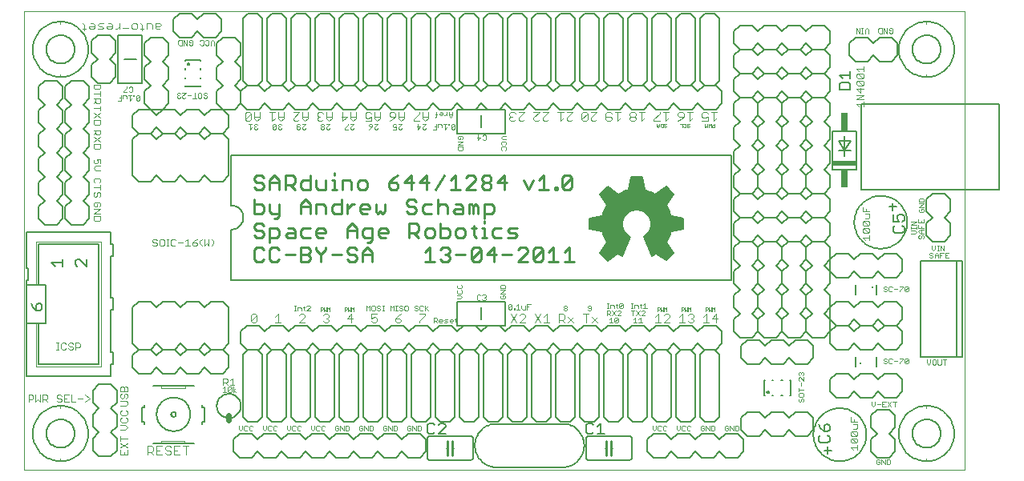
<source format=gto>
G75*
G70*
%OFA0B0*%
%FSLAX24Y24*%
%IPPOS*%
%LPD*%
%AMOC8*
5,1,8,0,0,1.08239X$1,22.5*
%
%ADD10C,0.0000*%
%ADD11C,0.0030*%
%ADD12C,0.0020*%
%ADD13C,0.0010*%
%ADD14C,0.0110*%
%ADD15C,0.0040*%
%ADD16C,0.0060*%
%ADD17C,0.0240*%
%ADD18C,0.0050*%
%ADD19C,0.0100*%
%ADD20R,0.1000X0.0200*%
%ADD21R,0.0300X0.0750*%
%ADD22C,0.0080*%
%ADD23C,0.0118*%
D10*
X000460Y000460D02*
X039560Y000460D01*
X039560Y019560D01*
X000460Y019560D01*
X000460Y000460D01*
D11*
X004455Y001075D02*
X004745Y001075D01*
X004745Y001268D01*
X004745Y001370D02*
X004455Y001563D01*
X004455Y001664D02*
X004455Y001858D01*
X004455Y001761D02*
X004745Y001761D01*
X004745Y001563D02*
X004455Y001370D01*
X004455Y001268D02*
X004455Y001075D01*
X004600Y001075D02*
X004600Y001172D01*
X005575Y001198D02*
X005760Y001198D01*
X005822Y001260D01*
X005822Y001384D01*
X005760Y001445D01*
X005575Y001445D01*
X005575Y001075D01*
X005698Y001198D02*
X005822Y001075D01*
X005943Y001075D02*
X006190Y001075D01*
X006312Y001137D02*
X006373Y001075D01*
X006497Y001075D01*
X006559Y001137D01*
X006559Y001198D01*
X006497Y001260D01*
X006373Y001260D01*
X006312Y001322D01*
X006312Y001384D01*
X006373Y001445D01*
X006497Y001445D01*
X006559Y001384D01*
X006680Y001445D02*
X006680Y001075D01*
X006927Y001075D01*
X006803Y001260D02*
X006680Y001260D01*
X006680Y001445D02*
X006927Y001445D01*
X007048Y001445D02*
X007295Y001445D01*
X007172Y001445D02*
X007172Y001075D01*
X006190Y001445D02*
X005943Y001445D01*
X005943Y001075D01*
X005943Y001260D02*
X006067Y001260D01*
X004742Y002229D02*
X004645Y002132D01*
X004452Y002132D01*
X004452Y002326D02*
X004645Y002326D01*
X004742Y002229D01*
X004693Y002427D02*
X004500Y002427D01*
X004452Y002476D01*
X004452Y002572D01*
X004500Y002621D01*
X004500Y002722D02*
X004693Y002722D01*
X004742Y002770D01*
X004742Y002867D01*
X004693Y002915D01*
X004500Y002915D02*
X004452Y002867D01*
X004452Y002770D01*
X004500Y002722D01*
X004693Y002621D02*
X004742Y002572D01*
X004742Y002476D01*
X004693Y002427D01*
X004693Y003132D02*
X004452Y003132D01*
X004452Y003326D02*
X004693Y003326D01*
X004742Y003278D01*
X004742Y003181D01*
X004693Y003132D01*
X004693Y003427D02*
X004742Y003476D01*
X004742Y003572D01*
X004693Y003621D01*
X004645Y003621D01*
X004597Y003572D01*
X004597Y003476D01*
X004548Y003427D01*
X004500Y003427D01*
X004452Y003476D01*
X004452Y003572D01*
X004500Y003621D01*
X004452Y003722D02*
X004452Y003867D01*
X004500Y003915D01*
X004548Y003915D01*
X004597Y003867D01*
X004597Y003722D01*
X004742Y003722D02*
X004742Y003867D01*
X004693Y003915D01*
X004645Y003915D01*
X004597Y003867D01*
X004742Y003722D02*
X004452Y003722D01*
X003183Y003423D02*
X002990Y003278D01*
X002889Y003423D02*
X002695Y003423D01*
X002594Y003278D02*
X002400Y003278D01*
X002400Y003568D01*
X002299Y003568D02*
X002106Y003568D01*
X002106Y003278D01*
X002299Y003278D01*
X002202Y003423D02*
X002106Y003423D01*
X002005Y003375D02*
X002005Y003327D01*
X001956Y003278D01*
X001859Y003278D01*
X001811Y003327D01*
X001859Y003423D02*
X001956Y003423D01*
X002005Y003375D01*
X002005Y003520D02*
X001956Y003568D01*
X001859Y003568D01*
X001811Y003520D01*
X001811Y003472D01*
X001859Y003423D01*
X001415Y003423D02*
X001415Y003520D01*
X001367Y003568D01*
X001222Y003568D01*
X001222Y003278D01*
X001222Y003375D02*
X001367Y003375D01*
X001415Y003423D01*
X001319Y003375D02*
X001415Y003278D01*
X001121Y003278D02*
X001121Y003568D01*
X000927Y003568D02*
X000927Y003278D01*
X001024Y003375D01*
X001121Y003278D01*
X000826Y003423D02*
X000778Y003375D01*
X000632Y003375D01*
X000632Y003278D02*
X000632Y003568D01*
X000778Y003568D01*
X000826Y003520D01*
X000826Y003423D01*
X002990Y003568D02*
X003183Y003423D01*
X002581Y005450D02*
X002581Y005741D01*
X002726Y005741D01*
X002775Y005692D01*
X002775Y005595D01*
X002726Y005547D01*
X002581Y005547D01*
X002480Y005547D02*
X002480Y005499D01*
X002432Y005450D01*
X002335Y005450D01*
X002286Y005499D01*
X002185Y005499D02*
X002137Y005450D01*
X002040Y005450D01*
X001992Y005499D01*
X001992Y005692D01*
X002040Y005741D01*
X002137Y005741D01*
X002185Y005692D01*
X002286Y005692D02*
X002286Y005644D01*
X002335Y005595D01*
X002432Y005595D01*
X002480Y005547D01*
X002480Y005692D02*
X002432Y005741D01*
X002335Y005741D01*
X002286Y005692D01*
X001892Y005741D02*
X001795Y005741D01*
X001844Y005741D02*
X001844Y005450D01*
X001892Y005450D02*
X001795Y005450D01*
X008705Y004265D02*
X008705Y003975D01*
X008705Y004072D02*
X008850Y004072D01*
X008898Y004120D01*
X008898Y004217D01*
X008850Y004265D01*
X008705Y004265D01*
X008802Y004072D02*
X008898Y003975D01*
X009000Y003975D02*
X009193Y003975D01*
X009096Y003975D02*
X009096Y004265D01*
X009000Y004168D01*
X009937Y006575D02*
X009875Y006637D01*
X010122Y006884D01*
X010122Y006637D01*
X010060Y006575D01*
X009937Y006575D01*
X009875Y006637D02*
X009875Y006884D01*
X009937Y006945D01*
X010060Y006945D01*
X010122Y006884D01*
X010875Y006822D02*
X010998Y006945D01*
X010998Y006575D01*
X010875Y006575D02*
X011122Y006575D01*
X011875Y006575D02*
X012122Y006822D01*
X012122Y006884D01*
X012060Y006945D01*
X011937Y006945D01*
X011875Y006884D01*
X011875Y006575D02*
X012122Y006575D01*
X012875Y006637D02*
X012937Y006575D01*
X013060Y006575D01*
X013122Y006637D01*
X013122Y006698D01*
X013060Y006760D01*
X012998Y006760D01*
X013060Y006760D02*
X013122Y006822D01*
X013122Y006884D01*
X013060Y006945D01*
X012937Y006945D01*
X012875Y006884D01*
X013875Y006760D02*
X014122Y006760D01*
X014060Y006575D02*
X014060Y006945D01*
X013875Y006760D01*
X014875Y006760D02*
X014998Y006822D01*
X015060Y006822D01*
X015122Y006760D01*
X015122Y006637D01*
X015060Y006575D01*
X014937Y006575D01*
X014875Y006637D01*
X014875Y006760D02*
X014875Y006945D01*
X015122Y006945D01*
X015875Y006760D02*
X015875Y006637D01*
X015937Y006575D01*
X016060Y006575D01*
X016122Y006637D01*
X016122Y006698D01*
X016060Y006760D01*
X015875Y006760D01*
X015998Y006884D01*
X016122Y006945D01*
X016875Y006945D02*
X017122Y006945D01*
X017122Y006884D01*
X016875Y006637D01*
X016875Y006575D01*
X020675Y006575D02*
X020922Y006945D01*
X021043Y006884D02*
X021105Y006945D01*
X021228Y006945D01*
X021290Y006884D01*
X021290Y006822D01*
X021043Y006575D01*
X021290Y006575D01*
X020922Y006575D02*
X020675Y006945D01*
X021675Y006945D02*
X021922Y006575D01*
X022043Y006575D02*
X022290Y006575D01*
X022167Y006575D02*
X022167Y006945D01*
X022043Y006822D01*
X021922Y006945D02*
X021675Y006575D01*
X022675Y006575D02*
X022675Y006945D01*
X022860Y006945D01*
X022922Y006884D01*
X022922Y006760D01*
X022860Y006698D01*
X022675Y006698D01*
X022798Y006698D02*
X022922Y006575D01*
X023043Y006575D02*
X023290Y006822D01*
X023043Y006822D02*
X023290Y006575D01*
X023798Y006575D02*
X023798Y006945D01*
X023675Y006945D02*
X023922Y006945D01*
X024043Y006822D02*
X024290Y006575D01*
X024043Y006575D02*
X024290Y006822D01*
X026675Y006822D02*
X026798Y006945D01*
X026798Y006575D01*
X026675Y006575D02*
X026922Y006575D01*
X027043Y006575D02*
X027290Y006822D01*
X027290Y006884D01*
X027228Y006945D01*
X027105Y006945D01*
X027043Y006884D01*
X027043Y006575D02*
X027290Y006575D01*
X027675Y006575D02*
X027922Y006575D01*
X027798Y006575D02*
X027798Y006945D01*
X027675Y006822D01*
X028043Y006884D02*
X028105Y006945D01*
X028228Y006945D01*
X028290Y006884D01*
X028290Y006822D01*
X028228Y006760D01*
X028290Y006698D01*
X028290Y006637D01*
X028228Y006575D01*
X028105Y006575D01*
X028043Y006637D01*
X028167Y006760D02*
X028228Y006760D01*
X028675Y006822D02*
X028798Y006945D01*
X028798Y006575D01*
X028675Y006575D02*
X028922Y006575D01*
X029043Y006760D02*
X029290Y006760D01*
X029228Y006575D02*
X029228Y006945D01*
X029043Y006760D01*
X035305Y010122D02*
X035402Y010025D01*
X035305Y010122D02*
X035595Y010122D01*
X035595Y010218D02*
X035595Y010025D01*
X035547Y010320D02*
X035353Y010320D01*
X035305Y010368D01*
X035305Y010465D01*
X035353Y010513D01*
X035547Y010320D01*
X035595Y010368D01*
X035595Y010465D01*
X035547Y010513D01*
X035353Y010513D01*
X035353Y010614D02*
X035305Y010663D01*
X035305Y010759D01*
X035353Y010808D01*
X035547Y010614D01*
X035595Y010663D01*
X035595Y010759D01*
X035547Y010808D01*
X035353Y010808D01*
X035402Y010909D02*
X035547Y010909D01*
X035595Y010957D01*
X035595Y011102D01*
X035402Y011102D01*
X035450Y011204D02*
X035450Y011300D01*
X035595Y011204D02*
X035305Y011204D01*
X035305Y011397D01*
X035353Y010614D02*
X035547Y010614D01*
X029244Y015103D02*
X029121Y014979D01*
X029121Y015350D01*
X029244Y015350D02*
X028997Y015350D01*
X028876Y015288D02*
X028814Y015350D01*
X028691Y015350D01*
X028629Y015288D01*
X028629Y015165D01*
X028691Y015103D01*
X028752Y015103D01*
X028876Y015165D01*
X028876Y014979D01*
X028629Y014979D01*
X028244Y015103D02*
X028121Y014979D01*
X028121Y015350D01*
X028244Y015350D02*
X027997Y015350D01*
X027876Y015288D02*
X027814Y015350D01*
X027691Y015350D01*
X027629Y015288D01*
X027629Y015226D01*
X027691Y015165D01*
X027876Y015165D01*
X027876Y015288D01*
X027876Y015165D02*
X027752Y015041D01*
X027629Y014979D01*
X027244Y015103D02*
X027121Y014979D01*
X027121Y015350D01*
X027244Y015350D02*
X026997Y015350D01*
X026876Y015350D02*
X026876Y015288D01*
X026629Y015041D01*
X026629Y014979D01*
X026876Y014979D01*
X026244Y015103D02*
X026121Y014979D01*
X026121Y015350D01*
X026244Y015350D02*
X025997Y015350D01*
X025876Y015288D02*
X025876Y015226D01*
X025814Y015165D01*
X025691Y015165D01*
X025629Y015226D01*
X025629Y015288D01*
X025691Y015350D01*
X025814Y015350D01*
X025876Y015288D01*
X025814Y015165D02*
X025876Y015103D01*
X025876Y015041D01*
X025814Y014979D01*
X025691Y014979D01*
X025629Y015041D01*
X025629Y015103D01*
X025691Y015165D01*
X025244Y015103D02*
X025121Y014979D01*
X025121Y015350D01*
X025244Y015350D02*
X024997Y015350D01*
X024876Y015288D02*
X024814Y015350D01*
X024691Y015350D01*
X024629Y015288D01*
X024629Y015041D01*
X024691Y014979D01*
X024814Y014979D01*
X024876Y015041D01*
X024876Y015103D01*
X024814Y015165D01*
X024629Y015165D01*
X024244Y015041D02*
X024182Y014979D01*
X024059Y014979D01*
X023997Y015041D01*
X023997Y015103D01*
X024244Y015350D01*
X023997Y015350D01*
X023876Y015288D02*
X023629Y015041D01*
X023629Y015288D01*
X023691Y015350D01*
X023814Y015350D01*
X023876Y015288D01*
X023876Y015041D01*
X023814Y014979D01*
X023691Y014979D01*
X023629Y015041D01*
X023244Y015041D02*
X023182Y014979D01*
X023059Y014979D01*
X022997Y015041D01*
X022997Y015103D01*
X023244Y015350D01*
X022997Y015350D01*
X022876Y015350D02*
X022629Y015350D01*
X022752Y015350D02*
X022752Y014979D01*
X022876Y015103D01*
X022244Y015041D02*
X022182Y014979D01*
X022059Y014979D01*
X021997Y015041D01*
X021997Y015103D01*
X022244Y015350D01*
X021997Y015350D01*
X021876Y015350D02*
X021629Y015103D01*
X021629Y015041D01*
X021691Y014979D01*
X021814Y014979D01*
X021876Y015041D01*
X021876Y015350D02*
X021629Y015350D01*
X021244Y015350D02*
X020997Y015103D01*
X020997Y015041D01*
X021059Y014979D01*
X021182Y014979D01*
X021244Y015041D01*
X020876Y015041D02*
X020814Y014979D01*
X020691Y014979D01*
X020629Y015041D01*
X020629Y015103D01*
X020691Y015165D01*
X020629Y015226D01*
X020629Y015288D01*
X020691Y015350D01*
X020814Y015350D01*
X020876Y015288D01*
X020997Y015350D02*
X021244Y015350D01*
X020752Y015165D02*
X020691Y015165D01*
X017245Y015160D02*
X016998Y015160D01*
X016998Y015098D02*
X016998Y015345D01*
X016877Y015345D02*
X016877Y015283D01*
X016630Y015036D01*
X016630Y014975D01*
X016877Y014975D01*
X016998Y015098D02*
X017122Y014975D01*
X017245Y015098D01*
X017245Y015345D01*
X016245Y015345D02*
X016245Y015098D01*
X016122Y014975D01*
X015998Y015098D01*
X015998Y015345D01*
X015877Y015283D02*
X015815Y015345D01*
X015692Y015345D01*
X015630Y015283D01*
X015630Y015222D01*
X015692Y015160D01*
X015877Y015160D01*
X015877Y015283D01*
X015877Y015160D02*
X015753Y015036D01*
X015630Y014975D01*
X015245Y015098D02*
X015122Y014975D01*
X014998Y015098D01*
X014998Y015345D01*
X014877Y015283D02*
X014815Y015345D01*
X014692Y015345D01*
X014630Y015283D01*
X014630Y015160D01*
X014692Y015098D01*
X014753Y015098D01*
X014877Y015160D01*
X014877Y014975D01*
X014630Y014975D01*
X014245Y015098D02*
X014122Y014975D01*
X013998Y015098D01*
X013998Y015345D01*
X013998Y015160D02*
X014245Y015160D01*
X014245Y015098D02*
X014245Y015345D01*
X013877Y015160D02*
X013630Y015160D01*
X013692Y015345D02*
X013692Y014975D01*
X013877Y015160D01*
X013245Y015160D02*
X012998Y015160D01*
X012998Y015098D02*
X012998Y015345D01*
X012877Y015283D02*
X012815Y015345D01*
X012692Y015345D01*
X012630Y015283D01*
X012630Y015222D01*
X012692Y015160D01*
X012753Y015160D01*
X012692Y015160D02*
X012630Y015098D01*
X012630Y015036D01*
X012692Y014975D01*
X012815Y014975D01*
X012877Y015036D01*
X012998Y015098D02*
X013122Y014975D01*
X013245Y015098D01*
X013245Y015345D01*
X012245Y015345D02*
X012245Y015098D01*
X012122Y014975D01*
X011998Y015098D01*
X011998Y015345D01*
X011877Y015345D02*
X011630Y015098D01*
X011630Y015036D01*
X011692Y014975D01*
X011815Y014975D01*
X011877Y015036D01*
X011998Y015160D02*
X012245Y015160D01*
X011877Y015345D02*
X011630Y015345D01*
X011245Y015345D02*
X011245Y015098D01*
X011122Y014975D01*
X010998Y015098D01*
X010998Y015345D01*
X010877Y015345D02*
X010630Y015345D01*
X010753Y015345D02*
X010753Y014975D01*
X010877Y015098D01*
X010998Y015160D02*
X011245Y015160D01*
X010245Y015160D02*
X009998Y015160D01*
X009998Y015098D02*
X009998Y015345D01*
X009877Y015283D02*
X009630Y015036D01*
X009630Y015283D01*
X009692Y015345D01*
X009815Y015345D01*
X009877Y015283D01*
X009877Y015036D01*
X009815Y014975D01*
X009692Y014975D01*
X009630Y015036D01*
X009998Y015098D02*
X010122Y014975D01*
X010245Y015098D01*
X010245Y015345D01*
X014998Y015160D02*
X015245Y015160D01*
X015245Y015098D02*
X015245Y015345D01*
X015998Y015160D02*
X016245Y015160D01*
X008327Y009968D02*
X008230Y010065D01*
X008129Y010065D02*
X008129Y009775D01*
X008033Y009872D01*
X007936Y009775D01*
X007936Y010065D01*
X007836Y010065D02*
X007739Y009968D01*
X007739Y009872D01*
X007836Y009775D01*
X007638Y009823D02*
X007638Y009872D01*
X007590Y009920D01*
X007445Y009920D01*
X007445Y009823D01*
X007493Y009775D01*
X007590Y009775D01*
X007638Y009823D01*
X007541Y010017D02*
X007445Y009920D01*
X007541Y010017D02*
X007638Y010065D01*
X007247Y010065D02*
X007247Y009775D01*
X007150Y009775D02*
X007344Y009775D01*
X007150Y009968D02*
X007247Y010065D01*
X007049Y009920D02*
X006855Y009920D01*
X006754Y009823D02*
X006706Y009775D01*
X006609Y009775D01*
X006561Y009823D01*
X006561Y010017D01*
X006609Y010065D01*
X006706Y010065D01*
X006754Y010017D01*
X006461Y010065D02*
X006364Y010065D01*
X006413Y010065D02*
X006413Y009775D01*
X006461Y009775D02*
X006364Y009775D01*
X006263Y009823D02*
X006263Y010017D01*
X006215Y010065D01*
X006118Y010065D01*
X006070Y010017D01*
X006070Y009823D01*
X006118Y009775D01*
X006215Y009775D01*
X006263Y009823D01*
X005968Y009823D02*
X005920Y009775D01*
X005823Y009775D01*
X005775Y009823D01*
X005823Y009920D02*
X005920Y009920D01*
X005968Y009872D01*
X005968Y009823D01*
X005823Y009920D02*
X005775Y009968D01*
X005775Y010017D01*
X005823Y010065D01*
X005920Y010065D01*
X005968Y010017D01*
X008230Y009775D02*
X008327Y009872D01*
X008327Y009968D01*
X003620Y010861D02*
X003620Y011006D01*
X003330Y011006D01*
X003330Y010861D01*
X003378Y010813D01*
X003572Y010813D01*
X003620Y010861D01*
X003620Y011108D02*
X003330Y011108D01*
X003620Y011301D01*
X003330Y011301D01*
X003378Y011402D02*
X003475Y011402D01*
X003475Y011499D01*
X003572Y011402D02*
X003620Y011451D01*
X003620Y011547D01*
X003572Y011596D01*
X003378Y011596D01*
X003330Y011547D01*
X003330Y011451D01*
X003378Y011402D01*
X003378Y011813D02*
X003330Y011861D01*
X003330Y011958D01*
X003378Y012006D01*
X003475Y011958D02*
X003475Y011861D01*
X003426Y011813D01*
X003378Y011813D01*
X003475Y011958D02*
X003523Y012006D01*
X003572Y012006D01*
X003620Y011958D01*
X003620Y011861D01*
X003572Y011813D01*
X003620Y012108D02*
X003620Y012301D01*
X003620Y012204D02*
X003330Y012204D01*
X003378Y012402D02*
X003330Y012451D01*
X003330Y012547D01*
X003378Y012596D01*
X003572Y012596D01*
X003620Y012547D01*
X003620Y012451D01*
X003572Y012402D01*
X003620Y012908D02*
X003426Y012908D01*
X003330Y013004D01*
X003426Y013101D01*
X003620Y013101D01*
X003620Y013202D02*
X003620Y013396D01*
X003475Y013396D01*
X003523Y013299D01*
X003523Y013251D01*
X003475Y013202D01*
X003378Y013202D01*
X003330Y013251D01*
X003330Y013347D01*
X003378Y013396D01*
X003378Y013813D02*
X003572Y013813D01*
X003620Y013861D01*
X003620Y014006D01*
X003330Y014006D01*
X003330Y013861D01*
X003378Y013813D01*
X003330Y014108D02*
X003620Y014301D01*
X003572Y014402D02*
X003475Y014402D01*
X003426Y014451D01*
X003426Y014596D01*
X003330Y014596D02*
X003620Y014596D01*
X003620Y014451D01*
X003572Y014402D01*
X003426Y014499D02*
X003330Y014402D01*
X003330Y014301D02*
X003620Y014108D01*
X003572Y014813D02*
X003620Y014861D01*
X003620Y015006D01*
X003330Y015006D01*
X003330Y014861D01*
X003378Y014813D01*
X003572Y014813D01*
X003620Y015108D02*
X003330Y015301D01*
X003330Y015108D02*
X003620Y015301D01*
X003620Y015402D02*
X003620Y015596D01*
X003620Y015499D02*
X003330Y015499D01*
X003330Y015713D02*
X003426Y015810D01*
X003426Y015761D02*
X003426Y015906D01*
X003330Y015906D02*
X003620Y015906D01*
X003620Y015761D01*
X003572Y015713D01*
X003475Y015713D01*
X003426Y015761D01*
X003620Y016008D02*
X003620Y016201D01*
X003620Y016104D02*
X003330Y016104D01*
X003378Y016302D02*
X003572Y016302D01*
X003620Y016351D01*
X003620Y016496D01*
X003330Y016496D01*
X003330Y016351D01*
X003378Y016302D01*
X034805Y002647D02*
X034805Y002454D01*
X035095Y002454D01*
X035095Y002352D02*
X034902Y002352D01*
X034950Y002454D02*
X034950Y002550D01*
X035095Y002352D02*
X035095Y002207D01*
X035047Y002159D01*
X034902Y002159D01*
X034853Y002058D02*
X035047Y001864D01*
X035095Y001913D01*
X035095Y002009D01*
X035047Y002058D01*
X034853Y002058D01*
X034805Y002009D01*
X034805Y001913D01*
X034853Y001864D01*
X035047Y001864D01*
X035047Y001763D02*
X034853Y001763D01*
X035047Y001570D01*
X035095Y001618D01*
X035095Y001715D01*
X035047Y001763D01*
X035047Y001570D02*
X034853Y001570D01*
X034805Y001618D01*
X034805Y001715D01*
X034853Y001763D01*
X035095Y001468D02*
X035095Y001275D01*
X035095Y001372D02*
X034805Y001372D01*
X034902Y001275D01*
X035152Y015575D02*
X035055Y015672D01*
X035345Y015672D01*
X035345Y015768D02*
X035345Y015575D01*
X035345Y015870D02*
X035055Y015870D01*
X035345Y016063D01*
X035055Y016063D01*
X035200Y016164D02*
X035200Y016358D01*
X035297Y016459D02*
X035103Y016652D01*
X035297Y016652D01*
X035345Y016604D01*
X035345Y016507D01*
X035297Y016459D01*
X035103Y016459D01*
X035055Y016507D01*
X035055Y016604D01*
X035103Y016652D01*
X035103Y016754D02*
X035055Y016802D01*
X035055Y016899D01*
X035103Y016947D01*
X035297Y016754D01*
X035345Y016802D01*
X035345Y016899D01*
X035297Y016947D01*
X035103Y016947D01*
X035152Y017048D02*
X035055Y017145D01*
X035345Y017145D01*
X035345Y017048D02*
X035345Y017242D01*
X035297Y016754D02*
X035103Y016754D01*
X035055Y016309D02*
X035200Y016164D01*
X035345Y016309D02*
X035055Y016309D01*
D12*
X037960Y016810D02*
X037960Y016910D01*
X036513Y018630D02*
X036550Y018667D01*
X036550Y018813D01*
X036513Y018850D01*
X036440Y018850D01*
X036403Y018813D01*
X036403Y018740D01*
X036477Y018740D01*
X036403Y018667D02*
X036440Y018630D01*
X036513Y018630D01*
X036329Y018630D02*
X036182Y018850D01*
X036182Y018630D01*
X036108Y018630D02*
X035998Y018630D01*
X035961Y018667D01*
X035961Y018813D01*
X035998Y018850D01*
X036108Y018850D01*
X036108Y018630D01*
X036329Y018630D02*
X036329Y018850D01*
X035545Y018776D02*
X035545Y018629D01*
X035398Y018629D02*
X035398Y018776D01*
X035472Y018849D01*
X035545Y018776D01*
X035324Y018849D02*
X035251Y018849D01*
X035288Y018849D02*
X035288Y018629D01*
X035324Y018629D02*
X035251Y018629D01*
X035177Y018629D02*
X035030Y018849D01*
X035030Y018629D01*
X035177Y018629D02*
X035177Y018849D01*
X037960Y019010D02*
X037960Y019110D01*
X037813Y011759D02*
X037667Y011759D01*
X037630Y011722D01*
X037630Y011612D01*
X037850Y011612D01*
X037850Y011722D01*
X037813Y011759D01*
X037850Y011538D02*
X037630Y011538D01*
X037630Y011391D02*
X037850Y011538D01*
X037850Y011391D02*
X037630Y011391D01*
X037667Y011317D02*
X037630Y011280D01*
X037630Y011207D01*
X037667Y011170D01*
X037813Y011170D01*
X037850Y011207D01*
X037850Y011280D01*
X037813Y011317D01*
X037740Y011317D01*
X037740Y011243D01*
X037849Y010884D02*
X037849Y010738D01*
X037629Y010738D01*
X037629Y010884D01*
X037549Y010790D02*
X037329Y010790D01*
X037329Y010643D02*
X037549Y010790D01*
X037549Y010643D02*
X037329Y010643D01*
X037329Y010569D02*
X037329Y010496D01*
X037329Y010532D02*
X037549Y010532D01*
X037549Y010496D02*
X037549Y010569D01*
X037629Y010517D02*
X037629Y010663D01*
X037739Y010590D02*
X037739Y010517D01*
X037739Y010443D02*
X037739Y010296D01*
X037702Y010296D02*
X037629Y010369D01*
X037702Y010443D01*
X037849Y010443D01*
X037849Y010517D02*
X037629Y010517D01*
X037476Y010422D02*
X037329Y010422D01*
X037476Y010422D02*
X037549Y010348D01*
X037476Y010275D01*
X037329Y010275D01*
X037629Y010185D02*
X037629Y010111D01*
X037666Y010075D01*
X037702Y010075D01*
X037739Y010111D01*
X037739Y010185D01*
X037776Y010222D01*
X037813Y010222D01*
X037849Y010185D01*
X037849Y010111D01*
X037813Y010075D01*
X037666Y010222D02*
X037629Y010185D01*
X037702Y010296D02*
X037849Y010296D01*
X037739Y010738D02*
X037739Y010811D01*
X038175Y009791D02*
X038175Y009644D01*
X038248Y009571D01*
X038322Y009644D01*
X038322Y009791D01*
X038396Y009791D02*
X038469Y009791D01*
X038432Y009791D02*
X038432Y009571D01*
X038396Y009571D02*
X038469Y009571D01*
X038543Y009571D02*
X038543Y009791D01*
X038690Y009571D01*
X038690Y009791D01*
X038663Y009491D02*
X038517Y009491D01*
X038517Y009271D01*
X038443Y009271D02*
X038443Y009418D01*
X038369Y009491D01*
X038296Y009418D01*
X038296Y009271D01*
X038222Y009307D02*
X038185Y009271D01*
X038111Y009271D01*
X038075Y009307D01*
X038111Y009381D02*
X038185Y009381D01*
X038222Y009344D01*
X038222Y009307D01*
X038296Y009381D02*
X038443Y009381D01*
X038517Y009381D02*
X038590Y009381D01*
X038738Y009381D02*
X038811Y009381D01*
X038738Y009491D02*
X038738Y009271D01*
X038884Y009271D01*
X038884Y009491D02*
X038738Y009491D01*
X038222Y009454D02*
X038185Y009491D01*
X038111Y009491D01*
X038075Y009454D01*
X038075Y009418D01*
X038111Y009381D01*
X037164Y008090D02*
X037201Y008053D01*
X037054Y007907D01*
X037091Y007870D01*
X037164Y007870D01*
X037201Y007907D01*
X037201Y008053D01*
X037164Y008090D02*
X037091Y008090D01*
X037054Y008053D01*
X037054Y007907D01*
X036980Y008053D02*
X036980Y008090D01*
X036833Y008090D01*
X036759Y007980D02*
X036612Y007980D01*
X036538Y007907D02*
X036501Y007870D01*
X036428Y007870D01*
X036391Y007907D01*
X036391Y008053D01*
X036428Y008090D01*
X036501Y008090D01*
X036538Y008053D01*
X036317Y008053D02*
X036280Y008090D01*
X036207Y008090D01*
X036170Y008053D01*
X036170Y008017D01*
X036207Y007980D01*
X036280Y007980D01*
X036317Y007943D01*
X036317Y007907D01*
X036280Y007870D01*
X036207Y007870D01*
X036170Y007907D01*
X036833Y007907D02*
X036833Y007870D01*
X036833Y007907D02*
X036980Y008053D01*
X036980Y005090D02*
X036980Y005053D01*
X036833Y004907D01*
X036833Y004870D01*
X036759Y004980D02*
X036612Y004980D01*
X036538Y004907D02*
X036501Y004870D01*
X036428Y004870D01*
X036391Y004907D01*
X036391Y005053D01*
X036428Y005090D01*
X036501Y005090D01*
X036538Y005053D01*
X036317Y005053D02*
X036280Y005090D01*
X036207Y005090D01*
X036170Y005053D01*
X036170Y005017D01*
X036207Y004980D01*
X036280Y004980D01*
X036317Y004943D01*
X036317Y004907D01*
X036280Y004870D01*
X036207Y004870D01*
X036170Y004907D01*
X036833Y005090D02*
X036980Y005090D01*
X037054Y005053D02*
X037054Y004907D01*
X037201Y005053D01*
X037201Y004907D01*
X037164Y004870D01*
X037091Y004870D01*
X037054Y004907D01*
X037054Y005053D02*
X037091Y005090D01*
X037164Y005090D01*
X037201Y005053D01*
X037981Y005049D02*
X037981Y004903D01*
X038055Y004829D01*
X038128Y004903D01*
X038128Y005049D01*
X038202Y005013D02*
X038239Y005049D01*
X038312Y005049D01*
X038349Y005013D01*
X038349Y004866D01*
X038312Y004829D01*
X038239Y004829D01*
X038202Y004866D01*
X038202Y005013D01*
X038423Y005049D02*
X038423Y004866D01*
X038460Y004829D01*
X038533Y004829D01*
X038570Y004866D01*
X038570Y005049D01*
X038644Y005049D02*
X038791Y005049D01*
X038718Y005049D02*
X038718Y004829D01*
X036705Y003291D02*
X036559Y003291D01*
X036632Y003291D02*
X036632Y003071D01*
X036484Y003071D02*
X036338Y003291D01*
X036263Y003291D02*
X036117Y003291D01*
X036117Y003071D01*
X036263Y003071D01*
X036338Y003071D02*
X036484Y003291D01*
X036190Y003181D02*
X036117Y003181D01*
X036043Y003181D02*
X035896Y003181D01*
X035822Y003144D02*
X035822Y003291D01*
X035822Y003144D02*
X035748Y003071D01*
X035675Y003144D01*
X035675Y003291D01*
X037960Y003110D02*
X037960Y003010D01*
X037960Y000910D02*
X037960Y000810D01*
X036459Y000853D02*
X036459Y000707D01*
X036422Y000670D01*
X036312Y000670D01*
X036312Y000890D01*
X036422Y000890D01*
X036459Y000853D01*
X036238Y000890D02*
X036238Y000670D01*
X036091Y000890D01*
X036091Y000670D01*
X036017Y000707D02*
X036017Y000780D01*
X035943Y000780D01*
X035870Y000707D02*
X035907Y000670D01*
X035980Y000670D01*
X036017Y000707D01*
X036017Y000853D02*
X035980Y000890D01*
X035907Y000890D01*
X035870Y000853D01*
X035870Y000707D01*
X032850Y003307D02*
X032813Y003270D01*
X032850Y003307D02*
X032850Y003380D01*
X032813Y003417D01*
X032777Y003417D01*
X032740Y003380D01*
X032740Y003307D01*
X032703Y003270D01*
X032667Y003270D01*
X032630Y003307D01*
X032630Y003380D01*
X032667Y003417D01*
X032667Y003491D02*
X032813Y003491D01*
X032850Y003528D01*
X032850Y003601D01*
X032813Y003638D01*
X032667Y003638D01*
X032630Y003601D01*
X032630Y003528D01*
X032667Y003491D01*
X032630Y003712D02*
X032630Y003859D01*
X032630Y003785D02*
X032850Y003785D01*
X032740Y003933D02*
X032740Y004080D01*
X032667Y004154D02*
X032630Y004191D01*
X032630Y004264D01*
X032667Y004301D01*
X032703Y004301D01*
X032850Y004154D01*
X032850Y004301D01*
X032813Y004375D02*
X032850Y004412D01*
X032850Y004485D01*
X032813Y004522D01*
X032777Y004522D01*
X032740Y004485D01*
X032740Y004448D01*
X032740Y004485D02*
X032703Y004522D01*
X032667Y004522D01*
X032630Y004485D01*
X032630Y004412D01*
X032667Y004375D01*
X030159Y002253D02*
X030122Y002290D01*
X030012Y002290D01*
X030012Y002070D01*
X030122Y002070D01*
X030159Y002107D01*
X030159Y002253D01*
X029938Y002290D02*
X029938Y002070D01*
X029791Y002290D01*
X029791Y002070D01*
X029717Y002107D02*
X029717Y002180D01*
X029643Y002180D01*
X029570Y002107D02*
X029607Y002070D01*
X029680Y002070D01*
X029717Y002107D01*
X029717Y002253D02*
X029680Y002290D01*
X029607Y002290D01*
X029570Y002253D01*
X029570Y002107D01*
X029159Y002107D02*
X029159Y002253D01*
X029122Y002290D01*
X029012Y002290D01*
X029012Y002070D01*
X029122Y002070D01*
X029159Y002107D01*
X028938Y002070D02*
X028938Y002290D01*
X028791Y002290D02*
X028938Y002070D01*
X028791Y002070D02*
X028791Y002290D01*
X028717Y002253D02*
X028680Y002290D01*
X028607Y002290D01*
X028570Y002253D01*
X028570Y002107D01*
X028607Y002070D01*
X028680Y002070D01*
X028717Y002107D01*
X028717Y002180D01*
X028643Y002180D01*
X028159Y002107D02*
X028122Y002070D01*
X028049Y002070D01*
X028012Y002107D01*
X028012Y002253D01*
X028049Y002290D01*
X028122Y002290D01*
X028159Y002253D01*
X027938Y002253D02*
X027901Y002290D01*
X027828Y002290D01*
X027791Y002253D01*
X027791Y002107D01*
X027828Y002070D01*
X027901Y002070D01*
X027938Y002107D01*
X027717Y002143D02*
X027717Y002290D01*
X027717Y002143D02*
X027643Y002070D01*
X027570Y002143D01*
X027570Y002290D01*
X027159Y002253D02*
X027122Y002290D01*
X027049Y002290D01*
X027012Y002253D01*
X027012Y002107D01*
X027049Y002070D01*
X027122Y002070D01*
X027159Y002107D01*
X026938Y002107D02*
X026901Y002070D01*
X026828Y002070D01*
X026791Y002107D01*
X026791Y002253D01*
X026828Y002290D01*
X026901Y002290D01*
X026938Y002253D01*
X026717Y002290D02*
X026717Y002143D01*
X026643Y002070D01*
X026570Y002143D01*
X026570Y002290D01*
X026137Y006575D02*
X025990Y006575D01*
X026064Y006575D02*
X026064Y006795D01*
X025990Y006722D01*
X026038Y006870D02*
X025891Y007090D01*
X025817Y007090D02*
X025670Y007090D01*
X025743Y007090D02*
X025743Y006870D01*
X025843Y006795D02*
X025843Y006575D01*
X025916Y006575D02*
X025769Y006575D01*
X025769Y006722D02*
X025843Y006795D01*
X025891Y006870D02*
X026038Y007090D01*
X026112Y007053D02*
X026149Y007090D01*
X026222Y007090D01*
X026259Y007053D01*
X026259Y007017D01*
X026112Y006870D01*
X026259Y006870D01*
X026259Y007170D02*
X026259Y007390D01*
X026186Y007317D01*
X026112Y007317D02*
X026038Y007317D01*
X026075Y007353D02*
X026075Y007207D01*
X026112Y007170D01*
X026186Y007170D02*
X026332Y007170D01*
X025964Y007170D02*
X025964Y007280D01*
X025927Y007317D01*
X025817Y007317D01*
X025817Y007170D01*
X025743Y007170D02*
X025670Y007170D01*
X025707Y007170D02*
X025707Y007390D01*
X025743Y007390D02*
X025670Y007390D01*
X025332Y007353D02*
X025186Y007207D01*
X025222Y007170D01*
X025296Y007170D01*
X025332Y007207D01*
X025332Y007353D01*
X025296Y007390D01*
X025222Y007390D01*
X025186Y007353D01*
X025186Y007207D01*
X025112Y007170D02*
X025075Y007207D01*
X025075Y007353D01*
X025038Y007317D02*
X025112Y007317D01*
X024964Y007280D02*
X024964Y007170D01*
X024891Y007090D02*
X025038Y006870D01*
X025112Y006870D02*
X025259Y007017D01*
X025259Y007053D01*
X025222Y007090D01*
X025149Y007090D01*
X025112Y007053D01*
X025038Y007090D02*
X024891Y006870D01*
X024817Y006870D02*
X024743Y006943D01*
X024780Y006943D02*
X024670Y006943D01*
X024670Y006870D02*
X024670Y007090D01*
X024780Y007090D01*
X024817Y007053D01*
X024817Y006980D01*
X024780Y006943D01*
X024843Y006790D02*
X024843Y006570D01*
X024770Y006570D02*
X024917Y006570D01*
X024991Y006607D02*
X025138Y006753D01*
X025138Y006607D01*
X025101Y006570D01*
X025028Y006570D01*
X024991Y006607D01*
X024991Y006753D01*
X025028Y006790D01*
X025101Y006790D01*
X025138Y006753D01*
X025112Y006870D02*
X025259Y006870D01*
X024843Y006790D02*
X024770Y006717D01*
X024743Y007170D02*
X024670Y007170D01*
X024707Y007170D02*
X024707Y007390D01*
X024743Y007390D02*
X024670Y007390D01*
X024817Y007317D02*
X024817Y007170D01*
X024817Y007317D02*
X024927Y007317D01*
X024964Y007280D01*
X024017Y007253D02*
X023980Y007290D01*
X023907Y007290D01*
X023870Y007253D01*
X023870Y007217D01*
X023907Y007180D01*
X024017Y007180D01*
X024017Y007107D02*
X024017Y007253D01*
X024017Y007107D02*
X023980Y007070D01*
X023907Y007070D01*
X023870Y007107D01*
X023017Y007107D02*
X022980Y007070D01*
X022907Y007070D01*
X022870Y007107D01*
X022870Y007143D01*
X022907Y007180D01*
X022980Y007180D01*
X023017Y007143D01*
X023017Y007107D01*
X022980Y007180D02*
X023017Y007217D01*
X023017Y007253D01*
X022980Y007290D01*
X022907Y007290D01*
X022870Y007253D01*
X022870Y007217D01*
X022907Y007180D01*
X021496Y007350D02*
X021349Y007350D01*
X021349Y007130D01*
X021275Y007130D02*
X021275Y007277D01*
X021349Y007240D02*
X021422Y007240D01*
X021275Y007130D02*
X021165Y007130D01*
X021128Y007167D01*
X021128Y007277D01*
X021054Y007130D02*
X020907Y007130D01*
X020980Y007130D02*
X020980Y007350D01*
X020907Y007277D01*
X020833Y007167D02*
X020833Y007130D01*
X020797Y007130D01*
X020797Y007167D01*
X020833Y007167D01*
X020722Y007167D02*
X020686Y007130D01*
X020612Y007130D01*
X020576Y007167D01*
X020722Y007313D01*
X020722Y007167D01*
X020576Y007167D02*
X020576Y007313D01*
X020612Y007350D01*
X020686Y007350D01*
X020722Y007313D01*
X020450Y007607D02*
X020450Y007680D01*
X020413Y007717D01*
X020340Y007717D01*
X020340Y007643D01*
X020413Y007570D02*
X020450Y007607D01*
X020413Y007570D02*
X020267Y007570D01*
X020230Y007607D01*
X020230Y007680D01*
X020267Y007717D01*
X020230Y007791D02*
X020450Y007938D01*
X020230Y007938D01*
X020230Y008012D02*
X020230Y008122D01*
X020267Y008159D01*
X020413Y008159D01*
X020450Y008122D01*
X020450Y008012D01*
X020230Y008012D01*
X020230Y007791D02*
X020450Y007791D01*
X019638Y007703D02*
X019638Y007667D01*
X019601Y007630D01*
X019638Y007593D01*
X019638Y007557D01*
X019601Y007520D01*
X019528Y007520D01*
X019491Y007557D01*
X019417Y007557D02*
X019380Y007520D01*
X019307Y007520D01*
X019270Y007557D01*
X019270Y007703D01*
X019307Y007740D01*
X019380Y007740D01*
X019417Y007703D01*
X019491Y007703D02*
X019528Y007740D01*
X019601Y007740D01*
X019638Y007703D01*
X019601Y007630D02*
X019564Y007630D01*
X018650Y007643D02*
X018577Y007717D01*
X018430Y007717D01*
X018467Y007791D02*
X018613Y007791D01*
X018650Y007828D01*
X018650Y007901D01*
X018613Y007938D01*
X018613Y008012D02*
X018650Y008049D01*
X018650Y008122D01*
X018613Y008159D01*
X018467Y008159D02*
X018430Y008122D01*
X018430Y008049D01*
X018467Y008012D01*
X018613Y008012D01*
X018467Y007938D02*
X018430Y007901D01*
X018430Y007828D01*
X018467Y007791D01*
X018430Y007570D02*
X018577Y007570D01*
X018650Y007643D01*
X018391Y006753D02*
X018391Y006607D01*
X018427Y006570D01*
X018427Y006717D02*
X018354Y006717D01*
X018280Y006680D02*
X018280Y006643D01*
X018133Y006643D01*
X018133Y006607D02*
X018133Y006680D01*
X018170Y006717D01*
X018243Y006717D01*
X018280Y006680D01*
X018243Y006570D02*
X018170Y006570D01*
X018133Y006607D01*
X018059Y006607D02*
X018022Y006643D01*
X017949Y006643D01*
X017912Y006680D01*
X017949Y006717D01*
X018059Y006717D01*
X018059Y006607D02*
X018022Y006570D01*
X017912Y006570D01*
X017838Y006643D02*
X017691Y006643D01*
X017691Y006607D02*
X017691Y006680D01*
X017728Y006717D01*
X017801Y006717D01*
X017838Y006680D01*
X017838Y006643D01*
X017801Y006570D02*
X017728Y006570D01*
X017691Y006607D01*
X017617Y006570D02*
X017543Y006643D01*
X017580Y006643D02*
X017470Y006643D01*
X017470Y006570D02*
X017470Y006790D01*
X017580Y006790D01*
X017617Y006753D01*
X017617Y006680D01*
X017580Y006643D01*
X017259Y007070D02*
X017149Y007180D01*
X017112Y007143D02*
X017259Y007290D01*
X017112Y007290D02*
X017112Y007070D01*
X017038Y007107D02*
X017001Y007070D01*
X016928Y007070D01*
X016891Y007107D01*
X016891Y007253D01*
X016928Y007290D01*
X017001Y007290D01*
X017038Y007253D01*
X016817Y007253D02*
X016780Y007290D01*
X016707Y007290D01*
X016670Y007253D01*
X016670Y007217D01*
X016707Y007180D01*
X016780Y007180D01*
X016817Y007143D01*
X016817Y007107D01*
X016780Y007070D01*
X016707Y007070D01*
X016670Y007107D01*
X016406Y007107D02*
X016406Y007253D01*
X016369Y007290D01*
X016296Y007290D01*
X016259Y007253D01*
X016259Y007107D01*
X016296Y007070D01*
X016369Y007070D01*
X016406Y007107D01*
X016185Y007107D02*
X016148Y007070D01*
X016075Y007070D01*
X016038Y007107D01*
X016075Y007180D02*
X016148Y007180D01*
X016185Y007143D01*
X016185Y007107D01*
X016075Y007180D02*
X016038Y007217D01*
X016038Y007253D01*
X016075Y007290D01*
X016148Y007290D01*
X016185Y007253D01*
X015964Y007290D02*
X015891Y007290D01*
X015928Y007290D02*
X015928Y007070D01*
X015964Y007070D02*
X015891Y007070D01*
X015817Y007070D02*
X015817Y007290D01*
X015743Y007217D01*
X015670Y007290D01*
X015670Y007070D01*
X015406Y007070D02*
X015333Y007070D01*
X015370Y007070D02*
X015370Y007290D01*
X015406Y007290D02*
X015333Y007290D01*
X015259Y007253D02*
X015222Y007290D01*
X015149Y007290D01*
X015112Y007253D01*
X015112Y007217D01*
X015149Y007180D01*
X015222Y007180D01*
X015259Y007143D01*
X015259Y007107D01*
X015222Y007070D01*
X015149Y007070D01*
X015112Y007107D01*
X015038Y007107D02*
X015038Y007253D01*
X015001Y007290D01*
X014928Y007290D01*
X014891Y007253D01*
X014891Y007107D01*
X014928Y007070D01*
X015001Y007070D01*
X015038Y007107D01*
X014817Y007070D02*
X014817Y007290D01*
X014743Y007217D01*
X014670Y007290D01*
X014670Y007070D01*
X012332Y007070D02*
X012186Y007070D01*
X012332Y007217D01*
X012332Y007253D01*
X012296Y007290D01*
X012222Y007290D01*
X012186Y007253D01*
X012112Y007217D02*
X012038Y007217D01*
X012075Y007253D02*
X012075Y007107D01*
X012112Y007070D01*
X011964Y007070D02*
X011964Y007180D01*
X011927Y007217D01*
X011817Y007217D01*
X011817Y007070D01*
X011743Y007070D02*
X011670Y007070D01*
X011707Y007070D02*
X011707Y007290D01*
X011743Y007290D02*
X011670Y007290D01*
X009252Y003837D02*
X009142Y003763D01*
X009252Y003690D01*
X009142Y003690D02*
X009142Y003910D01*
X009068Y003873D02*
X008921Y003727D01*
X008958Y003690D01*
X009031Y003690D01*
X009068Y003727D01*
X009068Y003873D01*
X009031Y003910D01*
X008958Y003910D01*
X008921Y003873D01*
X008921Y003727D01*
X008847Y003690D02*
X008700Y003690D01*
X008773Y003690D02*
X008773Y003910D01*
X008700Y003837D01*
X007160Y003860D02*
X007160Y003960D01*
X007160Y003860D02*
X006160Y003860D01*
X006160Y003960D01*
X003660Y004760D02*
X003660Y009960D01*
X000960Y009960D01*
X000960Y008160D01*
X000960Y006560D02*
X000960Y004760D01*
X003660Y004760D01*
X001960Y003110D02*
X001960Y003010D01*
X001960Y000910D02*
X001960Y000810D01*
X006160Y001560D02*
X006160Y001660D01*
X007110Y001660D01*
X007110Y001560D01*
X009370Y002143D02*
X009443Y002070D01*
X009517Y002143D01*
X009517Y002290D01*
X009591Y002253D02*
X009591Y002107D01*
X009628Y002070D01*
X009701Y002070D01*
X009738Y002107D01*
X009812Y002107D02*
X009849Y002070D01*
X009922Y002070D01*
X009959Y002107D01*
X009959Y002253D02*
X009922Y002290D01*
X009849Y002290D01*
X009812Y002253D01*
X009812Y002107D01*
X009738Y002253D02*
X009701Y002290D01*
X009628Y002290D01*
X009591Y002253D01*
X009370Y002290D02*
X009370Y002143D01*
X010370Y002143D02*
X010443Y002070D01*
X010517Y002143D01*
X010517Y002290D01*
X010591Y002253D02*
X010591Y002107D01*
X010628Y002070D01*
X010701Y002070D01*
X010738Y002107D01*
X010812Y002107D02*
X010849Y002070D01*
X010922Y002070D01*
X010959Y002107D01*
X010959Y002253D02*
X010922Y002290D01*
X010849Y002290D01*
X010812Y002253D01*
X010812Y002107D01*
X010738Y002253D02*
X010701Y002290D01*
X010628Y002290D01*
X010591Y002253D01*
X010370Y002290D02*
X010370Y002143D01*
X011370Y002143D02*
X011443Y002070D01*
X011517Y002143D01*
X011517Y002290D01*
X011591Y002253D02*
X011591Y002107D01*
X011628Y002070D01*
X011701Y002070D01*
X011738Y002107D01*
X011812Y002107D02*
X011849Y002070D01*
X011922Y002070D01*
X011959Y002107D01*
X011959Y002253D02*
X011922Y002290D01*
X011849Y002290D01*
X011812Y002253D01*
X011812Y002107D01*
X011738Y002253D02*
X011701Y002290D01*
X011628Y002290D01*
X011591Y002253D01*
X011370Y002290D02*
X011370Y002143D01*
X012370Y002143D02*
X012443Y002070D01*
X012517Y002143D01*
X012517Y002290D01*
X012591Y002253D02*
X012591Y002107D01*
X012628Y002070D01*
X012701Y002070D01*
X012738Y002107D01*
X012812Y002107D02*
X012812Y002253D01*
X012849Y002290D01*
X012922Y002290D01*
X012959Y002253D01*
X012959Y002107D02*
X012922Y002070D01*
X012849Y002070D01*
X012812Y002107D01*
X012738Y002253D02*
X012701Y002290D01*
X012628Y002290D01*
X012591Y002253D01*
X012370Y002290D02*
X012370Y002143D01*
X013370Y002107D02*
X013407Y002070D01*
X013480Y002070D01*
X013517Y002107D01*
X013517Y002180D01*
X013443Y002180D01*
X013370Y002253D02*
X013370Y002107D01*
X013370Y002253D02*
X013407Y002290D01*
X013480Y002290D01*
X013517Y002253D01*
X013591Y002290D02*
X013738Y002070D01*
X013738Y002290D01*
X013812Y002290D02*
X013922Y002290D01*
X013959Y002253D01*
X013959Y002107D01*
X013922Y002070D01*
X013812Y002070D01*
X013812Y002290D01*
X013591Y002290D02*
X013591Y002070D01*
X014370Y002107D02*
X014370Y002253D01*
X014407Y002290D01*
X014480Y002290D01*
X014517Y002253D01*
X014517Y002180D02*
X014443Y002180D01*
X014517Y002180D02*
X014517Y002107D01*
X014480Y002070D01*
X014407Y002070D01*
X014370Y002107D01*
X014591Y002070D02*
X014591Y002290D01*
X014738Y002070D01*
X014738Y002290D01*
X014812Y002290D02*
X014812Y002070D01*
X014922Y002070D01*
X014959Y002107D01*
X014959Y002253D01*
X014922Y002290D01*
X014812Y002290D01*
X015370Y002253D02*
X015370Y002107D01*
X015407Y002070D01*
X015480Y002070D01*
X015517Y002107D01*
X015517Y002180D01*
X015443Y002180D01*
X015370Y002253D02*
X015407Y002290D01*
X015480Y002290D01*
X015517Y002253D01*
X015591Y002290D02*
X015738Y002070D01*
X015738Y002290D01*
X015812Y002290D02*
X015922Y002290D01*
X015959Y002253D01*
X015959Y002107D01*
X015922Y002070D01*
X015812Y002070D01*
X015812Y002290D01*
X015591Y002290D02*
X015591Y002070D01*
X016370Y002107D02*
X016407Y002070D01*
X016480Y002070D01*
X016517Y002107D01*
X016517Y002180D01*
X016443Y002180D01*
X016370Y002253D02*
X016370Y002107D01*
X016370Y002253D02*
X016407Y002290D01*
X016480Y002290D01*
X016517Y002253D01*
X016591Y002290D02*
X016738Y002070D01*
X016738Y002290D01*
X016812Y002290D02*
X016922Y002290D01*
X016959Y002253D01*
X016959Y002107D01*
X016922Y002070D01*
X016812Y002070D01*
X016812Y002290D01*
X016591Y002290D02*
X016591Y002070D01*
X018507Y013761D02*
X018470Y013798D01*
X018470Y013908D01*
X018690Y013908D01*
X018690Y013798D01*
X018653Y013761D01*
X018507Y013761D01*
X018470Y013982D02*
X018690Y013982D01*
X018690Y014129D02*
X018470Y014129D01*
X018507Y014203D02*
X018470Y014240D01*
X018470Y014313D01*
X018507Y014350D01*
X018653Y014350D01*
X018690Y014313D01*
X018690Y014240D01*
X018653Y014203D01*
X018580Y014203D02*
X018580Y014277D01*
X018580Y014203D02*
X018507Y014203D01*
X018690Y014129D02*
X018470Y013982D01*
X019282Y014290D02*
X019429Y014290D01*
X019319Y014180D01*
X019319Y014400D01*
X019503Y014363D02*
X019540Y014400D01*
X019613Y014400D01*
X019650Y014363D01*
X019650Y014217D01*
X019613Y014180D01*
X019540Y014180D01*
X019503Y014217D01*
X020270Y014277D02*
X020343Y014203D01*
X020490Y014203D01*
X020453Y014129D02*
X020307Y014129D01*
X020270Y014092D01*
X020270Y014019D01*
X020307Y013982D01*
X020307Y013908D02*
X020270Y013871D01*
X020270Y013798D01*
X020307Y013761D01*
X020453Y013761D02*
X020490Y013798D01*
X020490Y013871D01*
X020453Y013908D01*
X020307Y013908D01*
X020453Y013982D02*
X020490Y014019D01*
X020490Y014092D01*
X020453Y014129D01*
X020490Y014350D02*
X020343Y014350D01*
X020270Y014277D01*
X018350Y014667D02*
X018313Y014630D01*
X018240Y014630D01*
X018203Y014667D01*
X018350Y014813D01*
X018313Y014850D01*
X018240Y014850D01*
X018203Y014813D01*
X018203Y014667D01*
X018350Y014667D02*
X018350Y014813D01*
X018129Y014813D02*
X018092Y014813D01*
X018092Y014850D01*
X018129Y014850D01*
X018129Y014813D01*
X018019Y014850D02*
X017872Y014850D01*
X017945Y014850D02*
X017945Y014630D01*
X018019Y014703D01*
X017798Y014703D02*
X017798Y014813D01*
X017761Y014850D01*
X017651Y014850D01*
X017651Y014703D01*
X017577Y014740D02*
X017503Y014740D01*
X017577Y014630D02*
X017430Y014630D01*
X017577Y014630D02*
X017577Y014850D01*
X017150Y014850D02*
X017003Y014703D01*
X017003Y014667D01*
X017040Y014630D01*
X017113Y014630D01*
X017150Y014667D01*
X017150Y014850D02*
X017003Y014850D01*
X016929Y014740D02*
X016782Y014740D01*
X016819Y014850D02*
X016819Y014630D01*
X016929Y014740D01*
X017550Y015130D02*
X017587Y015167D01*
X017587Y015350D01*
X017624Y015240D02*
X017550Y015240D01*
X017698Y015240D02*
X017698Y015277D01*
X017845Y015277D01*
X017845Y015313D02*
X017845Y015240D01*
X017808Y015203D01*
X017735Y015203D01*
X017698Y015240D01*
X017735Y015350D02*
X017808Y015350D01*
X017845Y015313D01*
X017919Y015203D02*
X017956Y015203D01*
X018029Y015277D01*
X018029Y015350D02*
X018029Y015203D01*
X018103Y015203D02*
X018103Y015350D01*
X018103Y015240D02*
X018250Y015240D01*
X018250Y015203D02*
X018177Y015130D01*
X018103Y015203D01*
X018250Y015203D02*
X018250Y015350D01*
X016150Y014850D02*
X016003Y014703D01*
X016003Y014667D01*
X016040Y014630D01*
X016113Y014630D01*
X016150Y014667D01*
X016150Y014850D02*
X016003Y014850D01*
X015929Y014813D02*
X015892Y014850D01*
X015819Y014850D01*
X015782Y014813D01*
X015782Y014740D01*
X015819Y014703D01*
X015856Y014703D01*
X015929Y014740D01*
X015929Y014630D01*
X015782Y014630D01*
X015150Y014667D02*
X015113Y014630D01*
X015040Y014630D01*
X015003Y014667D01*
X015003Y014703D01*
X015150Y014850D01*
X015003Y014850D01*
X014929Y014813D02*
X014892Y014850D01*
X014819Y014850D01*
X014782Y014813D01*
X014782Y014777D01*
X014819Y014740D01*
X014929Y014740D01*
X014929Y014813D01*
X014929Y014740D02*
X014856Y014667D01*
X014782Y014630D01*
X014150Y014667D02*
X014113Y014630D01*
X014040Y014630D01*
X014003Y014667D01*
X014003Y014703D01*
X014150Y014850D01*
X014003Y014850D01*
X013929Y014850D02*
X013929Y014813D01*
X013782Y014667D01*
X013782Y014630D01*
X013929Y014630D01*
X013150Y014667D02*
X013113Y014630D01*
X013040Y014630D01*
X013003Y014667D01*
X013003Y014703D01*
X013150Y014850D01*
X013003Y014850D01*
X012929Y014813D02*
X012929Y014777D01*
X012892Y014740D01*
X012819Y014740D01*
X012782Y014777D01*
X012782Y014813D01*
X012819Y014850D01*
X012892Y014850D01*
X012929Y014813D01*
X012892Y014740D02*
X012929Y014703D01*
X012929Y014667D01*
X012892Y014630D01*
X012819Y014630D01*
X012782Y014667D01*
X012782Y014703D01*
X012819Y014740D01*
X012150Y014667D02*
X012113Y014630D01*
X012040Y014630D01*
X012003Y014667D01*
X012003Y014703D01*
X012150Y014850D01*
X012003Y014850D01*
X011929Y014813D02*
X011892Y014850D01*
X011819Y014850D01*
X011782Y014813D01*
X011782Y014667D01*
X011819Y014630D01*
X011892Y014630D01*
X011929Y014667D01*
X011929Y014703D01*
X011892Y014740D01*
X011782Y014740D01*
X011150Y014813D02*
X011113Y014850D01*
X011040Y014850D01*
X011003Y014813D01*
X011003Y014777D01*
X011040Y014740D01*
X011077Y014740D01*
X011040Y014740D02*
X011003Y014703D01*
X011003Y014667D01*
X011040Y014630D01*
X011113Y014630D01*
X011150Y014667D01*
X010929Y014667D02*
X010929Y014813D01*
X010782Y014667D01*
X010782Y014813D01*
X010819Y014850D01*
X010892Y014850D01*
X010929Y014813D01*
X010929Y014667D02*
X010892Y014630D01*
X010819Y014630D01*
X010782Y014667D01*
X010150Y014667D02*
X010113Y014630D01*
X010040Y014630D01*
X010003Y014667D01*
X010003Y014703D01*
X010040Y014740D01*
X010003Y014777D01*
X010003Y014813D01*
X010040Y014850D01*
X010113Y014850D01*
X010150Y014813D01*
X010077Y014740D02*
X010040Y014740D01*
X009929Y014703D02*
X009856Y014630D01*
X009856Y014850D01*
X009929Y014850D02*
X009782Y014850D01*
X008050Y015967D02*
X008050Y016003D01*
X008013Y016040D01*
X007940Y016040D01*
X007903Y016077D01*
X007903Y016113D01*
X007940Y016150D01*
X008013Y016150D01*
X008050Y016113D01*
X008050Y015967D02*
X008013Y015930D01*
X007940Y015930D01*
X007903Y015967D01*
X007829Y015967D02*
X007829Y016113D01*
X007792Y016150D01*
X007719Y016150D01*
X007682Y016113D01*
X007682Y015967D01*
X007719Y015930D01*
X007792Y015930D01*
X007829Y015967D01*
X007608Y015930D02*
X007461Y015930D01*
X007535Y015930D02*
X007535Y016150D01*
X007387Y016040D02*
X007240Y016040D01*
X007166Y015967D02*
X007129Y015930D01*
X007056Y015930D01*
X007019Y015967D01*
X007019Y016003D01*
X007166Y016150D01*
X007019Y016150D01*
X006945Y016113D02*
X006908Y016150D01*
X006835Y016150D01*
X006798Y016113D01*
X006798Y016077D01*
X006835Y016040D01*
X006872Y016040D01*
X006835Y016040D02*
X006798Y016003D01*
X006798Y015967D01*
X006835Y015930D01*
X006908Y015930D01*
X006945Y015967D01*
X005250Y016013D02*
X005103Y015867D01*
X005103Y016013D01*
X005140Y016050D01*
X005213Y016050D01*
X005250Y016013D01*
X005250Y015867D01*
X005213Y015830D01*
X005140Y015830D01*
X005103Y015867D01*
X005029Y016013D02*
X004992Y016013D01*
X004992Y016050D01*
X005029Y016050D01*
X005029Y016013D01*
X004919Y016050D02*
X004772Y016050D01*
X004845Y016050D02*
X004845Y015830D01*
X004919Y015903D01*
X004698Y015903D02*
X004698Y016013D01*
X004661Y016050D01*
X004551Y016050D01*
X004551Y015903D01*
X004477Y015940D02*
X004403Y015940D01*
X004477Y015830D02*
X004330Y015830D01*
X004477Y015830D02*
X004477Y016050D01*
X004582Y016180D02*
X004582Y016217D01*
X004729Y016363D01*
X004729Y016400D01*
X004803Y016363D02*
X004840Y016400D01*
X004913Y016400D01*
X004950Y016363D01*
X004950Y016217D01*
X004913Y016180D01*
X004840Y016180D01*
X004803Y016217D01*
X004729Y016180D02*
X004582Y016180D01*
X001960Y016810D02*
X001960Y016910D01*
X001960Y019010D02*
X001960Y019110D01*
X006861Y018313D02*
X006861Y018167D01*
X006898Y018130D01*
X007008Y018130D01*
X007008Y018350D01*
X006898Y018350D01*
X006861Y018313D01*
X007082Y018350D02*
X007082Y018130D01*
X007229Y018130D02*
X007082Y018350D01*
X007229Y018350D02*
X007229Y018130D01*
X007303Y018167D02*
X007340Y018130D01*
X007413Y018130D01*
X007450Y018167D01*
X007450Y018313D01*
X007413Y018350D01*
X007340Y018350D01*
X007303Y018313D01*
X007303Y018240D01*
X007377Y018240D01*
X007761Y018313D02*
X007798Y018350D01*
X007871Y018350D01*
X007908Y018313D01*
X007908Y018167D01*
X007871Y018130D01*
X007798Y018130D01*
X007761Y018167D01*
X007982Y018167D02*
X008019Y018130D01*
X008092Y018130D01*
X008129Y018167D01*
X008129Y018313D01*
X008092Y018350D01*
X008019Y018350D01*
X007982Y018313D01*
X008203Y018277D02*
X008203Y018130D01*
X008203Y018277D02*
X008277Y018350D01*
X008350Y018277D01*
X008350Y018130D01*
D13*
X026759Y014860D02*
X026759Y014760D01*
X026810Y014710D01*
X026860Y014760D01*
X026860Y014860D01*
X026907Y014835D02*
X026907Y014735D01*
X026932Y014710D01*
X027007Y014710D01*
X027007Y014860D01*
X026932Y014860D01*
X026907Y014835D01*
X026860Y014785D02*
X026759Y014785D01*
X027054Y014810D02*
X027054Y014835D01*
X027079Y014860D01*
X027129Y014860D01*
X027154Y014835D01*
X027129Y014785D02*
X027154Y014760D01*
X027154Y014735D01*
X027129Y014710D01*
X027079Y014710D01*
X027054Y014735D01*
X027079Y014785D02*
X027054Y014810D01*
X027079Y014785D02*
X027129Y014785D01*
X027709Y014860D02*
X027810Y014860D01*
X027810Y014710D01*
X027857Y014735D02*
X027882Y014710D01*
X027932Y014710D01*
X027957Y014735D01*
X027957Y014835D01*
X027932Y014860D01*
X027882Y014860D01*
X027857Y014835D01*
X028004Y014835D02*
X028029Y014860D01*
X028079Y014860D01*
X028104Y014835D01*
X028079Y014785D02*
X028029Y014785D01*
X028004Y014810D01*
X028004Y014835D01*
X028079Y014785D02*
X028104Y014760D01*
X028104Y014735D01*
X028079Y014710D01*
X028029Y014710D01*
X028004Y014735D01*
X028760Y014705D02*
X028760Y014855D01*
X028860Y014855D02*
X028860Y014705D01*
X028810Y014755D01*
X028760Y014705D01*
X028908Y014705D02*
X028908Y014855D01*
X028958Y014805D01*
X029008Y014855D01*
X029008Y014705D01*
X029055Y014730D02*
X029080Y014705D01*
X029155Y014705D01*
X029155Y014855D01*
X029155Y014805D02*
X029080Y014805D01*
X029055Y014780D01*
X029055Y014730D01*
X029060Y007215D02*
X029110Y007165D01*
X029160Y007215D01*
X029160Y007065D01*
X029060Y007065D02*
X029060Y007215D01*
X029012Y007215D02*
X029012Y007065D01*
X028962Y007115D01*
X028912Y007065D01*
X028912Y007215D01*
X028865Y007190D02*
X028865Y007140D01*
X028840Y007115D01*
X028765Y007115D01*
X028765Y007065D02*
X028765Y007215D01*
X028840Y007215D01*
X028865Y007190D01*
X028160Y007215D02*
X028160Y007065D01*
X028060Y007065D02*
X028060Y007215D01*
X028110Y007165D01*
X028160Y007215D01*
X028012Y007215D02*
X028012Y007065D01*
X027962Y007115D01*
X027912Y007065D01*
X027912Y007215D01*
X027865Y007190D02*
X027865Y007140D01*
X027840Y007115D01*
X027765Y007115D01*
X027765Y007065D02*
X027765Y007215D01*
X027840Y007215D01*
X027865Y007190D01*
X027160Y007215D02*
X027160Y007065D01*
X027060Y007065D02*
X027060Y007215D01*
X027110Y007165D01*
X027160Y007215D01*
X027012Y007215D02*
X027012Y007065D01*
X026962Y007115D01*
X026912Y007065D01*
X026912Y007215D01*
X026865Y007190D02*
X026865Y007140D01*
X026840Y007115D01*
X026765Y007115D01*
X026765Y007065D02*
X026765Y007215D01*
X026840Y007215D01*
X026865Y007190D01*
X014160Y007215D02*
X014160Y007065D01*
X014060Y007065D02*
X014060Y007215D01*
X014110Y007165D01*
X014160Y007215D01*
X014012Y007215D02*
X014012Y007065D01*
X013962Y007115D01*
X013912Y007065D01*
X013912Y007215D01*
X013865Y007190D02*
X013865Y007140D01*
X013840Y007115D01*
X013765Y007115D01*
X013765Y007065D02*
X013765Y007215D01*
X013840Y007215D01*
X013865Y007190D01*
X013160Y007215D02*
X013160Y007065D01*
X013060Y007065D02*
X013060Y007215D01*
X013110Y007165D01*
X013160Y007215D01*
X013012Y007215D02*
X013012Y007065D01*
X012962Y007115D01*
X012912Y007065D01*
X012912Y007215D01*
X012865Y007190D02*
X012865Y007140D01*
X012840Y007115D01*
X012765Y007115D01*
X012765Y007065D02*
X012765Y007215D01*
X012840Y007215D01*
X012865Y007190D01*
D14*
X012790Y009115D02*
X012790Y009410D01*
X012987Y009607D01*
X012987Y009706D01*
X012790Y009410D02*
X012593Y009607D01*
X012593Y009706D01*
X012342Y009607D02*
X012342Y009509D01*
X012244Y009410D01*
X011949Y009410D01*
X011698Y009410D02*
X011304Y009410D01*
X011053Y009213D02*
X010955Y009115D01*
X010758Y009115D01*
X010660Y009213D01*
X010660Y009607D01*
X010758Y009706D01*
X010955Y009706D01*
X011053Y009607D01*
X010409Y009607D02*
X010310Y009706D01*
X010113Y009706D01*
X010015Y009607D01*
X010015Y009213D01*
X010113Y009115D01*
X010310Y009115D01*
X010409Y009213D01*
X010660Y009918D02*
X010660Y010509D01*
X010955Y010509D01*
X011053Y010410D01*
X011053Y010213D01*
X010955Y010115D01*
X010660Y010115D01*
X010409Y010213D02*
X010310Y010115D01*
X010113Y010115D01*
X010015Y010213D01*
X010113Y010410D02*
X010310Y010410D01*
X010409Y010312D01*
X010409Y010213D01*
X010113Y010410D02*
X010015Y010509D01*
X010015Y010607D01*
X010113Y010706D01*
X010310Y010706D01*
X010409Y010607D01*
X010856Y010918D02*
X010955Y010918D01*
X011053Y011017D01*
X011053Y011509D01*
X010660Y011509D02*
X010660Y011213D01*
X010758Y011115D01*
X011053Y011115D01*
X010409Y011213D02*
X010409Y011410D01*
X010310Y011509D01*
X010015Y011509D01*
X010015Y011706D02*
X010015Y011115D01*
X010310Y011115D01*
X010409Y011213D01*
X011403Y010509D02*
X011599Y010509D01*
X011698Y010410D01*
X011698Y010115D01*
X011403Y010115D01*
X011304Y010213D01*
X011403Y010312D01*
X011698Y010312D01*
X011949Y010410D02*
X011949Y010213D01*
X012047Y010115D01*
X012342Y010115D01*
X012593Y010213D02*
X012593Y010410D01*
X012692Y010509D01*
X012888Y010509D01*
X012987Y010410D01*
X012987Y010312D01*
X012593Y010312D01*
X012593Y010213D02*
X012692Y010115D01*
X012888Y010115D01*
X012342Y010509D02*
X012047Y010509D01*
X011949Y010410D01*
X011949Y009706D02*
X012244Y009706D01*
X012342Y009607D01*
X012244Y009410D02*
X012342Y009312D01*
X012342Y009213D01*
X012244Y009115D01*
X011949Y009115D01*
X011949Y009706D01*
X013238Y009410D02*
X013631Y009410D01*
X013882Y009509D02*
X013981Y009410D01*
X014178Y009410D01*
X014276Y009312D01*
X014276Y009213D01*
X014178Y009115D01*
X013981Y009115D01*
X013882Y009213D01*
X013882Y009509D02*
X013882Y009607D01*
X013981Y009706D01*
X014178Y009706D01*
X014276Y009607D01*
X014527Y009509D02*
X014724Y009706D01*
X014921Y009509D01*
X014921Y009115D01*
X014921Y009410D02*
X014527Y009410D01*
X014527Y009509D02*
X014527Y009115D01*
X014724Y009918D02*
X014822Y009918D01*
X014921Y010017D01*
X014921Y010509D01*
X014625Y010509D01*
X014527Y010410D01*
X014527Y010213D01*
X014625Y010115D01*
X014921Y010115D01*
X015171Y010213D02*
X015171Y010410D01*
X015270Y010509D01*
X015467Y010509D01*
X015565Y010410D01*
X015565Y010312D01*
X015171Y010312D01*
X015171Y010213D02*
X015270Y010115D01*
X015467Y010115D01*
X016460Y010115D02*
X016460Y010706D01*
X016756Y010706D01*
X016854Y010607D01*
X016854Y010410D01*
X016756Y010312D01*
X016460Y010312D01*
X016657Y010312D02*
X016854Y010115D01*
X017105Y010213D02*
X017105Y010410D01*
X017203Y010509D01*
X017400Y010509D01*
X017499Y010410D01*
X017499Y010213D01*
X017400Y010115D01*
X017203Y010115D01*
X017105Y010213D01*
X017302Y009706D02*
X017302Y009115D01*
X017105Y009115D02*
X017499Y009115D01*
X017750Y009213D02*
X017848Y009115D01*
X018045Y009115D01*
X018143Y009213D01*
X018143Y009312D01*
X018045Y009410D01*
X017946Y009410D01*
X018045Y009410D02*
X018143Y009509D01*
X018143Y009607D01*
X018045Y009706D01*
X017848Y009706D01*
X017750Y009607D01*
X017302Y009706D02*
X017105Y009509D01*
X017750Y010115D02*
X018045Y010115D01*
X018143Y010213D01*
X018143Y010410D01*
X018045Y010509D01*
X017750Y010509D01*
X017750Y010706D02*
X017750Y010115D01*
X018394Y010213D02*
X018394Y010410D01*
X018493Y010509D01*
X018689Y010509D01*
X018788Y010410D01*
X018788Y010213D01*
X018689Y010115D01*
X018493Y010115D01*
X018394Y010213D01*
X019039Y010509D02*
X019236Y010509D01*
X019137Y010607D02*
X019137Y010213D01*
X019236Y010115D01*
X019468Y010115D02*
X019665Y010115D01*
X019567Y010115D02*
X019567Y010509D01*
X019468Y010509D01*
X019567Y010706D02*
X019567Y010804D01*
X019576Y010918D02*
X019576Y011509D01*
X019871Y011509D01*
X019969Y011410D01*
X019969Y011213D01*
X019871Y011115D01*
X019576Y011115D01*
X019325Y011115D02*
X019325Y011410D01*
X019227Y011509D01*
X019128Y011410D01*
X019128Y011115D01*
X018931Y011115D02*
X018931Y011509D01*
X019030Y011509D01*
X019128Y011410D01*
X018680Y011410D02*
X018680Y011115D01*
X018385Y011115D01*
X018287Y011213D01*
X018385Y011312D01*
X018680Y011312D01*
X018680Y011410D02*
X018582Y011509D01*
X018385Y011509D01*
X018036Y011410D02*
X018036Y011115D01*
X018036Y011410D02*
X017937Y011509D01*
X017741Y011509D01*
X017642Y011410D01*
X017391Y011509D02*
X017096Y011509D01*
X016998Y011410D01*
X016998Y011213D01*
X017096Y011115D01*
X017391Y011115D01*
X017642Y011115D02*
X017642Y011706D01*
X017535Y012115D02*
X017928Y012706D01*
X018179Y012509D02*
X018376Y012706D01*
X018376Y012115D01*
X018179Y012115D02*
X018573Y012115D01*
X018824Y012115D02*
X019218Y012509D01*
X019218Y012607D01*
X019119Y012706D01*
X018922Y012706D01*
X018824Y012607D01*
X018824Y012115D02*
X019218Y012115D01*
X019468Y012213D02*
X019468Y012312D01*
X019567Y012410D01*
X019764Y012410D01*
X019862Y012312D01*
X019862Y012213D01*
X019764Y012115D01*
X019567Y012115D01*
X019468Y012213D01*
X019567Y012410D02*
X019468Y012509D01*
X019468Y012607D01*
X019567Y012706D01*
X019764Y012706D01*
X019862Y012607D01*
X019862Y012509D01*
X019764Y012410D01*
X020113Y012410D02*
X020507Y012410D01*
X020408Y012115D02*
X020408Y012706D01*
X020113Y012410D01*
X021215Y012509D02*
X021412Y012115D01*
X021609Y012509D01*
X021860Y012509D02*
X022056Y012706D01*
X022056Y012115D01*
X021860Y012115D02*
X022253Y012115D01*
X022504Y012115D02*
X022603Y012115D01*
X022603Y012213D01*
X022504Y012213D01*
X022504Y012115D01*
X022826Y012213D02*
X023220Y012607D01*
X023220Y012213D01*
X023122Y012115D01*
X022925Y012115D01*
X022826Y012213D01*
X022826Y012607D01*
X022925Y012706D01*
X023122Y012706D01*
X023220Y012607D01*
X020936Y010509D02*
X020641Y010509D01*
X020543Y010410D01*
X020641Y010312D01*
X020838Y010312D01*
X020936Y010213D01*
X020838Y010115D01*
X020543Y010115D01*
X020292Y010115D02*
X019997Y010115D01*
X019898Y010213D01*
X019898Y010410D01*
X019997Y010509D01*
X020292Y010509D01*
X019978Y009706D02*
X019683Y009410D01*
X020077Y009410D01*
X020328Y009410D02*
X020721Y009410D01*
X020972Y009607D02*
X021071Y009706D01*
X021268Y009706D01*
X021366Y009607D01*
X021366Y009509D01*
X020972Y009115D01*
X021366Y009115D01*
X021617Y009213D02*
X022011Y009607D01*
X022011Y009213D01*
X021912Y009115D01*
X021715Y009115D01*
X021617Y009213D01*
X021617Y009607D01*
X021715Y009706D01*
X021912Y009706D01*
X022011Y009607D01*
X022261Y009509D02*
X022458Y009706D01*
X022458Y009115D01*
X022261Y009115D02*
X022655Y009115D01*
X022906Y009115D02*
X023300Y009115D01*
X023103Y009115D02*
X023103Y009706D01*
X022906Y009509D01*
X019978Y009706D02*
X019978Y009115D01*
X019432Y009213D02*
X019334Y009115D01*
X019137Y009115D01*
X019039Y009213D01*
X019432Y009607D01*
X019432Y009213D01*
X019039Y009213D02*
X019039Y009607D01*
X019137Y009706D01*
X019334Y009706D01*
X019432Y009607D01*
X018788Y009410D02*
X018394Y009410D01*
X016648Y011115D02*
X016451Y011115D01*
X016353Y011213D01*
X016451Y011410D02*
X016648Y011410D01*
X016747Y011312D01*
X016747Y011213D01*
X016648Y011115D01*
X016451Y011410D02*
X016353Y011509D01*
X016353Y011607D01*
X016451Y011706D01*
X016648Y011706D01*
X016747Y011607D01*
X016541Y012115D02*
X016541Y012706D01*
X016246Y012410D01*
X016639Y012410D01*
X016890Y012410D02*
X017284Y012410D01*
X017185Y012115D02*
X017185Y012706D01*
X016890Y012410D01*
X015995Y012312D02*
X015995Y012213D01*
X015896Y012115D01*
X015700Y012115D01*
X015601Y012213D01*
X015601Y012410D01*
X015896Y012410D01*
X015995Y012312D01*
X015798Y012607D02*
X015601Y012410D01*
X015798Y012607D02*
X015995Y012706D01*
X014706Y012410D02*
X014706Y012213D01*
X014607Y012115D01*
X014410Y012115D01*
X014312Y012213D01*
X014312Y012410D01*
X014410Y012509D01*
X014607Y012509D01*
X014706Y012410D01*
X014061Y012410D02*
X014061Y012115D01*
X014061Y012410D02*
X013963Y012509D01*
X013667Y012509D01*
X013667Y012115D01*
X013435Y012115D02*
X013238Y012115D01*
X013336Y012115D02*
X013336Y012509D01*
X013238Y012509D01*
X013336Y012706D02*
X013336Y012804D01*
X012987Y012509D02*
X012987Y012115D01*
X012692Y012115D01*
X012593Y012213D01*
X012593Y012509D01*
X012342Y012509D02*
X012047Y012509D01*
X011949Y012410D01*
X011949Y012213D01*
X012047Y012115D01*
X012342Y012115D01*
X012342Y012706D01*
X011698Y012607D02*
X011698Y012410D01*
X011599Y012312D01*
X011304Y012312D01*
X011501Y012312D02*
X011698Y012115D01*
X011304Y012115D02*
X011304Y012706D01*
X011599Y012706D01*
X011698Y012607D01*
X011053Y012509D02*
X011053Y012115D01*
X011053Y012410D02*
X010660Y012410D01*
X010660Y012509D02*
X010660Y012115D01*
X010409Y012213D02*
X010310Y012115D01*
X010113Y012115D01*
X010015Y012213D01*
X010113Y012410D02*
X010310Y012410D01*
X010409Y012312D01*
X010409Y012213D01*
X010113Y012410D02*
X010015Y012509D01*
X010015Y012607D01*
X010113Y012706D01*
X010310Y012706D01*
X010409Y012607D01*
X010660Y012509D02*
X010856Y012706D01*
X011053Y012509D01*
X011949Y011509D02*
X012145Y011706D01*
X012342Y011509D01*
X012342Y011115D01*
X012593Y011115D02*
X012593Y011509D01*
X012888Y011509D01*
X012987Y011410D01*
X012987Y011115D01*
X013238Y011213D02*
X013238Y011410D01*
X013336Y011509D01*
X013631Y011509D01*
X013631Y011706D02*
X013631Y011115D01*
X013336Y011115D01*
X013238Y011213D01*
X013882Y011115D02*
X013882Y011509D01*
X013882Y011312D02*
X014079Y011509D01*
X014178Y011509D01*
X014419Y011410D02*
X014518Y011509D01*
X014715Y011509D01*
X014813Y011410D01*
X014813Y011312D01*
X014419Y011312D01*
X014419Y011410D02*
X014419Y011213D01*
X014518Y011115D01*
X014715Y011115D01*
X015064Y011213D02*
X015162Y011115D01*
X015261Y011213D01*
X015359Y011115D01*
X015458Y011213D01*
X015458Y011509D01*
X015064Y011509D02*
X015064Y011213D01*
X014276Y010509D02*
X014079Y010706D01*
X013882Y010509D01*
X013882Y010115D01*
X013882Y010410D02*
X014276Y010410D01*
X014276Y010509D02*
X014276Y010115D01*
X011949Y011115D02*
X011949Y011509D01*
X011949Y011410D02*
X012342Y011410D01*
D15*
X005343Y018740D02*
X005343Y018980D01*
X005283Y019040D01*
X005158Y018980D02*
X005098Y019040D01*
X004978Y019040D01*
X004918Y018980D01*
X004918Y018860D01*
X004978Y018800D01*
X005098Y018800D01*
X005158Y018860D01*
X005158Y018980D01*
X005283Y018800D02*
X005403Y018800D01*
X005531Y018800D02*
X005531Y019040D01*
X005712Y019040D01*
X005772Y018980D01*
X005772Y018800D01*
X005900Y018860D02*
X005900Y019040D01*
X006080Y019040D01*
X006140Y018980D01*
X006080Y018920D01*
X005900Y018920D01*
X005900Y018860D02*
X005960Y018800D01*
X006080Y018800D01*
X004790Y018860D02*
X004549Y018860D01*
X004421Y018920D02*
X004301Y018800D01*
X004241Y018800D01*
X004114Y018860D02*
X004054Y018800D01*
X003934Y018800D01*
X003874Y018860D01*
X003874Y018920D01*
X004114Y018920D01*
X004114Y018980D02*
X004114Y018860D01*
X004114Y018980D02*
X004054Y019040D01*
X003934Y019040D01*
X003746Y019040D02*
X003566Y019040D01*
X003506Y018980D01*
X003566Y018920D01*
X003686Y018920D01*
X003746Y018860D01*
X003686Y018800D01*
X003506Y018800D01*
X003378Y018860D02*
X003318Y018800D01*
X003197Y018800D01*
X003137Y018860D01*
X003137Y018920D01*
X003378Y018920D01*
X003378Y018980D02*
X003378Y018860D01*
X003378Y018980D02*
X003318Y019040D01*
X003197Y019040D01*
X002949Y018980D02*
X002889Y019040D01*
X002949Y018980D02*
X002949Y018740D01*
X003009Y018800D02*
X002889Y018800D01*
X004421Y018800D02*
X004421Y019040D01*
D16*
X000810Y017960D02*
X000812Y018027D01*
X000818Y018095D01*
X000828Y018162D01*
X000842Y018228D01*
X000859Y018293D01*
X000881Y018357D01*
X000906Y018420D01*
X000935Y018481D01*
X000967Y018540D01*
X001003Y018597D01*
X001042Y018652D01*
X001084Y018705D01*
X001129Y018755D01*
X001177Y018802D01*
X001228Y018847D01*
X001281Y018888D01*
X001337Y018927D01*
X001395Y018962D01*
X001455Y018993D01*
X001516Y019021D01*
X001579Y019045D01*
X001643Y019066D01*
X001709Y019082D01*
X001775Y019095D01*
X001842Y019104D01*
X001909Y019109D01*
X001977Y019110D01*
X002044Y019107D01*
X002111Y019100D01*
X002178Y019089D01*
X002244Y019074D01*
X002309Y019056D01*
X002373Y019033D01*
X002435Y019007D01*
X002496Y018978D01*
X002554Y018944D01*
X002611Y018908D01*
X002666Y018868D01*
X002718Y018825D01*
X002767Y018779D01*
X002814Y018730D01*
X002858Y018679D01*
X002898Y018625D01*
X002936Y018569D01*
X002970Y018510D01*
X003000Y018450D01*
X003027Y018388D01*
X003051Y018325D01*
X003070Y018260D01*
X003086Y018195D01*
X003098Y018128D01*
X003106Y018061D01*
X003110Y017994D01*
X003110Y017926D01*
X003106Y017859D01*
X003098Y017792D01*
X003086Y017725D01*
X003070Y017660D01*
X003051Y017595D01*
X003027Y017532D01*
X003000Y017470D01*
X002970Y017410D01*
X002936Y017351D01*
X002898Y017295D01*
X002858Y017241D01*
X002814Y017190D01*
X002767Y017141D01*
X002718Y017095D01*
X002666Y017052D01*
X002611Y017012D01*
X002554Y016976D01*
X002496Y016942D01*
X002435Y016913D01*
X002373Y016887D01*
X002309Y016864D01*
X002244Y016846D01*
X002178Y016831D01*
X002111Y016820D01*
X002044Y016813D01*
X001977Y016810D01*
X001909Y016811D01*
X001842Y016816D01*
X001775Y016825D01*
X001709Y016838D01*
X001643Y016854D01*
X001579Y016875D01*
X001516Y016899D01*
X001455Y016927D01*
X001395Y016958D01*
X001337Y016993D01*
X001281Y017032D01*
X001228Y017073D01*
X001177Y017118D01*
X001129Y017165D01*
X001084Y017215D01*
X001042Y017268D01*
X001003Y017323D01*
X000967Y017380D01*
X000935Y017439D01*
X000906Y017500D01*
X000881Y017563D01*
X000859Y017627D01*
X000842Y017692D01*
X000828Y017758D01*
X000818Y017825D01*
X000812Y017893D01*
X000810Y017960D01*
X007141Y017520D02*
X007141Y017483D01*
X007141Y017520D02*
X007779Y017520D01*
X007779Y017483D01*
X007779Y017166D02*
X007779Y017129D01*
X007779Y016791D02*
X007779Y016754D01*
X007141Y016754D02*
X007141Y016791D01*
X007141Y017129D02*
X007141Y017166D01*
X007244Y017354D02*
X007246Y017366D01*
X007251Y017377D01*
X007260Y017386D01*
X007271Y017391D01*
X007283Y017393D01*
X007295Y017391D01*
X007306Y017386D01*
X007315Y017377D01*
X007320Y017366D01*
X007322Y017354D01*
X007320Y017342D01*
X007315Y017331D01*
X007306Y017322D01*
X007295Y017317D01*
X007283Y017315D01*
X007271Y017317D01*
X007260Y017322D01*
X007251Y017331D01*
X007246Y017342D01*
X007244Y017354D01*
X007141Y016437D02*
X007141Y016400D01*
X007779Y016400D01*
X007779Y016437D01*
X007710Y014460D02*
X007210Y014460D01*
X006960Y014210D01*
X006710Y014460D01*
X006210Y014460D01*
X005960Y014210D01*
X005710Y014460D01*
X005210Y014460D01*
X004960Y014210D01*
X004960Y012710D01*
X005210Y012460D01*
X005710Y012460D01*
X005960Y012710D01*
X006210Y012460D01*
X006710Y012460D01*
X006960Y012710D01*
X007210Y012460D01*
X007710Y012460D01*
X007960Y012710D01*
X008210Y012460D01*
X008710Y012460D01*
X008960Y012710D01*
X008960Y014210D01*
X008710Y014460D01*
X008210Y014460D01*
X007960Y014210D01*
X007710Y014460D01*
X009060Y013560D02*
X029860Y013560D01*
X029860Y008360D01*
X009060Y008360D01*
X009060Y010460D01*
X009104Y010462D01*
X009147Y010468D01*
X009189Y010477D01*
X009231Y010490D01*
X009271Y010507D01*
X009310Y010527D01*
X009347Y010550D01*
X009381Y010577D01*
X009414Y010606D01*
X009443Y010639D01*
X009470Y010673D01*
X009493Y010710D01*
X009513Y010749D01*
X009530Y010789D01*
X009543Y010831D01*
X009552Y010873D01*
X009558Y010916D01*
X009560Y010960D01*
X009558Y011004D01*
X009552Y011047D01*
X009543Y011089D01*
X009530Y011131D01*
X009513Y011171D01*
X009493Y011210D01*
X009470Y011247D01*
X009443Y011281D01*
X009414Y011314D01*
X009381Y011343D01*
X009347Y011370D01*
X009310Y011393D01*
X009271Y011413D01*
X009231Y011430D01*
X009189Y011443D01*
X009147Y011452D01*
X009104Y011458D01*
X009060Y011460D01*
X009060Y013560D01*
X004060Y010360D02*
X000560Y010360D01*
X000560Y008860D01*
X000610Y008860D01*
X000610Y008360D01*
X000560Y008360D01*
X000560Y008160D01*
X000960Y008160D01*
X001060Y008160D01*
X001060Y009860D01*
X003560Y009860D01*
X003560Y004860D01*
X001060Y004860D01*
X001060Y006560D01*
X000960Y006560D01*
X000560Y006560D01*
X000560Y008160D01*
X001060Y008160D02*
X001360Y008160D01*
X001360Y006560D01*
X001060Y006560D01*
X000560Y006560D02*
X000560Y004360D01*
X004060Y004360D01*
X004060Y004860D01*
X004160Y004860D01*
X004160Y005360D01*
X004060Y005360D01*
X004060Y007110D01*
X004160Y007110D01*
X004160Y007610D01*
X004060Y007610D01*
X004060Y009360D01*
X004160Y009360D01*
X004160Y009860D01*
X004060Y009860D01*
X004060Y010360D01*
X005210Y007460D02*
X005710Y007460D01*
X005960Y007210D01*
X006210Y007460D01*
X006710Y007460D01*
X006960Y007210D01*
X007210Y007460D01*
X007710Y007460D01*
X007960Y007210D01*
X008210Y007460D01*
X008710Y007460D01*
X008960Y007210D01*
X008960Y005710D01*
X008710Y005460D01*
X008210Y005460D01*
X007960Y005710D01*
X007710Y005460D01*
X007210Y005460D01*
X006960Y005710D01*
X006710Y005460D01*
X006210Y005460D01*
X005960Y005710D01*
X005710Y005460D01*
X005210Y005460D01*
X004960Y005710D01*
X004960Y007210D01*
X005210Y007460D01*
X005810Y003960D02*
X006160Y003960D01*
X007160Y003960D01*
X007510Y003960D01*
X007860Y003160D02*
X007860Y003060D01*
X007960Y003060D01*
X007960Y002460D01*
X007860Y002460D01*
X007860Y002360D01*
X006560Y002760D02*
X006562Y002780D01*
X006568Y002798D01*
X006577Y002816D01*
X006589Y002831D01*
X006604Y002843D01*
X006622Y002852D01*
X006640Y002858D01*
X006660Y002860D01*
X006680Y002858D01*
X006698Y002852D01*
X006716Y002843D01*
X006731Y002831D01*
X006743Y002816D01*
X006752Y002798D01*
X006758Y002780D01*
X006760Y002760D01*
X006758Y002740D01*
X006752Y002722D01*
X006743Y002704D01*
X006731Y002689D01*
X006716Y002677D01*
X006698Y002668D01*
X006680Y002662D01*
X006660Y002660D01*
X006640Y002662D01*
X006622Y002668D01*
X006604Y002677D01*
X006589Y002689D01*
X006577Y002704D01*
X006568Y002722D01*
X006562Y002740D01*
X006560Y002760D01*
X005960Y002760D02*
X005962Y002812D01*
X005968Y002864D01*
X005978Y002916D01*
X005991Y002966D01*
X006008Y003016D01*
X006029Y003064D01*
X006054Y003110D01*
X006082Y003154D01*
X006113Y003196D01*
X006147Y003236D01*
X006184Y003273D01*
X006224Y003307D01*
X006266Y003338D01*
X006310Y003366D01*
X006356Y003391D01*
X006404Y003412D01*
X006454Y003429D01*
X006504Y003442D01*
X006556Y003452D01*
X006608Y003458D01*
X006660Y003460D01*
X006712Y003458D01*
X006764Y003452D01*
X006816Y003442D01*
X006866Y003429D01*
X006916Y003412D01*
X006964Y003391D01*
X007010Y003366D01*
X007054Y003338D01*
X007096Y003307D01*
X007136Y003273D01*
X007173Y003236D01*
X007207Y003196D01*
X007238Y003154D01*
X007266Y003110D01*
X007291Y003064D01*
X007312Y003016D01*
X007329Y002966D01*
X007342Y002916D01*
X007352Y002864D01*
X007358Y002812D01*
X007360Y002760D01*
X007358Y002708D01*
X007352Y002656D01*
X007342Y002604D01*
X007329Y002554D01*
X007312Y002504D01*
X007291Y002456D01*
X007266Y002410D01*
X007238Y002366D01*
X007207Y002324D01*
X007173Y002284D01*
X007136Y002247D01*
X007096Y002213D01*
X007054Y002182D01*
X007010Y002154D01*
X006964Y002129D01*
X006916Y002108D01*
X006866Y002091D01*
X006816Y002078D01*
X006764Y002068D01*
X006712Y002062D01*
X006660Y002060D01*
X006608Y002062D01*
X006556Y002068D01*
X006504Y002078D01*
X006454Y002091D01*
X006404Y002108D01*
X006356Y002129D01*
X006310Y002154D01*
X006266Y002182D01*
X006224Y002213D01*
X006184Y002247D01*
X006147Y002284D01*
X006113Y002324D01*
X006082Y002366D01*
X006054Y002410D01*
X006029Y002456D01*
X006008Y002504D01*
X005991Y002554D01*
X005978Y002604D01*
X005968Y002656D01*
X005962Y002708D01*
X005960Y002760D01*
X005460Y002460D02*
X005460Y002360D01*
X005460Y002460D02*
X005360Y002460D01*
X005360Y003060D01*
X005460Y003060D01*
X005460Y003160D01*
X005810Y001560D02*
X006160Y001560D01*
X007110Y001560D01*
X007510Y001560D01*
X008460Y003110D02*
X008462Y003154D01*
X008468Y003198D01*
X008478Y003241D01*
X008491Y003283D01*
X008508Y003324D01*
X008529Y003363D01*
X008553Y003400D01*
X008580Y003435D01*
X008610Y003467D01*
X008643Y003497D01*
X008679Y003523D01*
X008716Y003547D01*
X008756Y003566D01*
X008797Y003583D01*
X008840Y003595D01*
X008883Y003604D01*
X008927Y003609D01*
X008971Y003610D01*
X009015Y003607D01*
X009059Y003600D01*
X009102Y003589D01*
X009144Y003575D01*
X009184Y003557D01*
X009223Y003535D01*
X009259Y003511D01*
X009293Y003483D01*
X009325Y003452D01*
X009354Y003418D01*
X009380Y003382D01*
X009402Y003344D01*
X009421Y003304D01*
X009436Y003262D01*
X009448Y003220D01*
X009456Y003176D01*
X009460Y003132D01*
X009460Y003088D01*
X009456Y003044D01*
X009448Y003000D01*
X009436Y002958D01*
X009421Y002916D01*
X009402Y002876D01*
X009380Y002838D01*
X009354Y002802D01*
X009325Y002768D01*
X009293Y002737D01*
X009259Y002709D01*
X009223Y002685D01*
X009184Y002663D01*
X009144Y002645D01*
X009102Y002631D01*
X009059Y002620D01*
X009015Y002613D01*
X008971Y002610D01*
X008927Y002611D01*
X008883Y002616D01*
X008840Y002625D01*
X008797Y002637D01*
X008756Y002654D01*
X008716Y002673D01*
X008679Y002697D01*
X008643Y002723D01*
X008610Y002753D01*
X008580Y002785D01*
X008553Y002820D01*
X008529Y002857D01*
X008508Y002896D01*
X008491Y002937D01*
X008478Y002979D01*
X008468Y003022D01*
X008462Y003066D01*
X008460Y003110D01*
X000810Y001960D02*
X000812Y002027D01*
X000818Y002095D01*
X000828Y002162D01*
X000842Y002228D01*
X000859Y002293D01*
X000881Y002357D01*
X000906Y002420D01*
X000935Y002481D01*
X000967Y002540D01*
X001003Y002597D01*
X001042Y002652D01*
X001084Y002705D01*
X001129Y002755D01*
X001177Y002802D01*
X001228Y002847D01*
X001281Y002888D01*
X001337Y002927D01*
X001395Y002962D01*
X001455Y002993D01*
X001516Y003021D01*
X001579Y003045D01*
X001643Y003066D01*
X001709Y003082D01*
X001775Y003095D01*
X001842Y003104D01*
X001909Y003109D01*
X001977Y003110D01*
X002044Y003107D01*
X002111Y003100D01*
X002178Y003089D01*
X002244Y003074D01*
X002309Y003056D01*
X002373Y003033D01*
X002435Y003007D01*
X002496Y002978D01*
X002554Y002944D01*
X002611Y002908D01*
X002666Y002868D01*
X002718Y002825D01*
X002767Y002779D01*
X002814Y002730D01*
X002858Y002679D01*
X002898Y002625D01*
X002936Y002569D01*
X002970Y002510D01*
X003000Y002450D01*
X003027Y002388D01*
X003051Y002325D01*
X003070Y002260D01*
X003086Y002195D01*
X003098Y002128D01*
X003106Y002061D01*
X003110Y001994D01*
X003110Y001926D01*
X003106Y001859D01*
X003098Y001792D01*
X003086Y001725D01*
X003070Y001660D01*
X003051Y001595D01*
X003027Y001532D01*
X003000Y001470D01*
X002970Y001410D01*
X002936Y001351D01*
X002898Y001295D01*
X002858Y001241D01*
X002814Y001190D01*
X002767Y001141D01*
X002718Y001095D01*
X002666Y001052D01*
X002611Y001012D01*
X002554Y000976D01*
X002496Y000942D01*
X002435Y000913D01*
X002373Y000887D01*
X002309Y000864D01*
X002244Y000846D01*
X002178Y000831D01*
X002111Y000820D01*
X002044Y000813D01*
X001977Y000810D01*
X001909Y000811D01*
X001842Y000816D01*
X001775Y000825D01*
X001709Y000838D01*
X001643Y000854D01*
X001579Y000875D01*
X001516Y000899D01*
X001455Y000927D01*
X001395Y000958D01*
X001337Y000993D01*
X001281Y001032D01*
X001228Y001073D01*
X001177Y001118D01*
X001129Y001165D01*
X001084Y001215D01*
X001042Y001268D01*
X001003Y001323D01*
X000967Y001380D01*
X000935Y001439D01*
X000906Y001500D01*
X000881Y001563D01*
X000859Y001627D01*
X000842Y001692D01*
X000828Y001758D01*
X000818Y001825D01*
X000812Y001893D01*
X000810Y001960D01*
X017210Y001760D02*
X017210Y000960D01*
X017212Y000943D01*
X017216Y000926D01*
X017223Y000910D01*
X017233Y000896D01*
X017246Y000883D01*
X017260Y000873D01*
X017276Y000866D01*
X017293Y000862D01*
X017310Y000860D01*
X019010Y000860D01*
X019027Y000862D01*
X019044Y000866D01*
X019060Y000873D01*
X019074Y000883D01*
X019087Y000896D01*
X019097Y000910D01*
X019104Y000926D01*
X019108Y000943D01*
X019110Y000960D01*
X019110Y001760D01*
X019108Y001777D01*
X019104Y001794D01*
X019097Y001810D01*
X019087Y001824D01*
X019074Y001837D01*
X019060Y001847D01*
X019044Y001854D01*
X019027Y001858D01*
X019010Y001860D01*
X017310Y001860D01*
X017293Y001858D01*
X017276Y001854D01*
X017260Y001847D01*
X017246Y001837D01*
X017233Y001824D01*
X017223Y001810D01*
X017216Y001794D01*
X017212Y001777D01*
X017210Y001760D01*
X018010Y001360D02*
X018060Y001360D01*
X018260Y001360D02*
X018310Y001360D01*
X023810Y000960D02*
X023810Y001760D01*
X023812Y001777D01*
X023816Y001794D01*
X023823Y001810D01*
X023833Y001824D01*
X023846Y001837D01*
X023860Y001847D01*
X023876Y001854D01*
X023893Y001858D01*
X023910Y001860D01*
X025610Y001860D01*
X025627Y001858D01*
X025644Y001854D01*
X025660Y001847D01*
X025674Y001837D01*
X025687Y001824D01*
X025697Y001810D01*
X025704Y001794D01*
X025708Y001777D01*
X025710Y001760D01*
X025710Y000960D01*
X025708Y000943D01*
X025704Y000926D01*
X025697Y000910D01*
X025687Y000896D01*
X025674Y000883D01*
X025660Y000873D01*
X025644Y000866D01*
X025627Y000862D01*
X025610Y000860D01*
X023910Y000860D01*
X023893Y000862D01*
X023876Y000866D01*
X023860Y000873D01*
X023846Y000883D01*
X023833Y000896D01*
X023823Y000910D01*
X023816Y000926D01*
X023812Y000943D01*
X023810Y000960D01*
X024610Y001360D02*
X024660Y001360D01*
X024860Y001360D02*
X024910Y001360D01*
X031200Y003541D02*
X031237Y003541D01*
X031200Y003541D02*
X031200Y004179D01*
X031237Y004179D01*
X031554Y004179D02*
X031591Y004179D01*
X031929Y004179D02*
X031966Y004179D01*
X032283Y004179D02*
X032320Y004179D01*
X032320Y003541D01*
X032283Y003541D01*
X031966Y003541D02*
X031929Y003541D01*
X031591Y003541D02*
X031554Y003541D01*
X031327Y003683D02*
X031329Y003695D01*
X031334Y003706D01*
X031343Y003715D01*
X031354Y003720D01*
X031366Y003722D01*
X031378Y003720D01*
X031389Y003715D01*
X031398Y003706D01*
X031403Y003695D01*
X031405Y003683D01*
X031403Y003671D01*
X031398Y003660D01*
X031389Y003651D01*
X031378Y003646D01*
X031366Y003644D01*
X031354Y003646D01*
X031343Y003651D01*
X031334Y003660D01*
X031329Y003671D01*
X031327Y003683D01*
X033260Y001910D02*
X033262Y001976D01*
X033268Y002041D01*
X033278Y002106D01*
X033291Y002171D01*
X033309Y002234D01*
X033330Y002297D01*
X033355Y002357D01*
X033384Y002417D01*
X033416Y002474D01*
X033451Y002530D01*
X033490Y002583D01*
X033532Y002634D01*
X033576Y002682D01*
X033624Y002727D01*
X033674Y002770D01*
X033727Y002809D01*
X033782Y002846D01*
X033839Y002879D01*
X033898Y002908D01*
X033958Y002934D01*
X034020Y002956D01*
X034083Y002975D01*
X034147Y002989D01*
X034212Y003000D01*
X034278Y003007D01*
X034344Y003010D01*
X034409Y003009D01*
X034475Y003004D01*
X034540Y002995D01*
X034605Y002982D01*
X034668Y002966D01*
X034731Y002946D01*
X034792Y002921D01*
X034852Y002894D01*
X034910Y002863D01*
X034966Y002828D01*
X035020Y002790D01*
X035071Y002749D01*
X035120Y002705D01*
X035166Y002658D01*
X035210Y002609D01*
X035250Y002557D01*
X035287Y002502D01*
X035321Y002446D01*
X035351Y002387D01*
X035378Y002327D01*
X035401Y002266D01*
X035420Y002203D01*
X035436Y002139D01*
X035448Y002074D01*
X035456Y002009D01*
X035460Y001943D01*
X035460Y001877D01*
X035456Y001811D01*
X035448Y001746D01*
X035436Y001681D01*
X035420Y001617D01*
X035401Y001554D01*
X035378Y001493D01*
X035351Y001433D01*
X035321Y001374D01*
X035287Y001318D01*
X035250Y001263D01*
X035210Y001211D01*
X035166Y001162D01*
X035120Y001115D01*
X035071Y001071D01*
X035020Y001030D01*
X034966Y000992D01*
X034910Y000957D01*
X034852Y000926D01*
X034792Y000899D01*
X034731Y000874D01*
X034668Y000854D01*
X034605Y000838D01*
X034540Y000825D01*
X034475Y000816D01*
X034409Y000811D01*
X034344Y000810D01*
X034278Y000813D01*
X034212Y000820D01*
X034147Y000831D01*
X034083Y000845D01*
X034020Y000864D01*
X033958Y000886D01*
X033898Y000912D01*
X033839Y000941D01*
X033782Y000974D01*
X033727Y001011D01*
X033674Y001050D01*
X033624Y001093D01*
X033576Y001138D01*
X033532Y001186D01*
X033490Y001237D01*
X033451Y001290D01*
X033416Y001346D01*
X033384Y001403D01*
X033355Y001463D01*
X033330Y001523D01*
X033309Y001586D01*
X033291Y001649D01*
X033278Y001714D01*
X033268Y001779D01*
X033262Y001844D01*
X033260Y001910D01*
X033860Y001410D02*
X033860Y001260D01*
X033710Y001260D01*
X033860Y001260D02*
X033860Y001110D01*
X033860Y001260D02*
X034010Y001260D01*
X036810Y001960D02*
X036812Y002027D01*
X036818Y002095D01*
X036828Y002162D01*
X036842Y002228D01*
X036859Y002293D01*
X036881Y002357D01*
X036906Y002420D01*
X036935Y002481D01*
X036967Y002540D01*
X037003Y002597D01*
X037042Y002652D01*
X037084Y002705D01*
X037129Y002755D01*
X037177Y002802D01*
X037228Y002847D01*
X037281Y002888D01*
X037337Y002927D01*
X037395Y002962D01*
X037455Y002993D01*
X037516Y003021D01*
X037579Y003045D01*
X037643Y003066D01*
X037709Y003082D01*
X037775Y003095D01*
X037842Y003104D01*
X037909Y003109D01*
X037977Y003110D01*
X038044Y003107D01*
X038111Y003100D01*
X038178Y003089D01*
X038244Y003074D01*
X038309Y003056D01*
X038373Y003033D01*
X038435Y003007D01*
X038496Y002978D01*
X038554Y002944D01*
X038611Y002908D01*
X038666Y002868D01*
X038718Y002825D01*
X038767Y002779D01*
X038814Y002730D01*
X038858Y002679D01*
X038898Y002625D01*
X038936Y002569D01*
X038970Y002510D01*
X039000Y002450D01*
X039027Y002388D01*
X039051Y002325D01*
X039070Y002260D01*
X039086Y002195D01*
X039098Y002128D01*
X039106Y002061D01*
X039110Y001994D01*
X039110Y001926D01*
X039106Y001859D01*
X039098Y001792D01*
X039086Y001725D01*
X039070Y001660D01*
X039051Y001595D01*
X039027Y001532D01*
X039000Y001470D01*
X038970Y001410D01*
X038936Y001351D01*
X038898Y001295D01*
X038858Y001241D01*
X038814Y001190D01*
X038767Y001141D01*
X038718Y001095D01*
X038666Y001052D01*
X038611Y001012D01*
X038554Y000976D01*
X038496Y000942D01*
X038435Y000913D01*
X038373Y000887D01*
X038309Y000864D01*
X038244Y000846D01*
X038178Y000831D01*
X038111Y000820D01*
X038044Y000813D01*
X037977Y000810D01*
X037909Y000811D01*
X037842Y000816D01*
X037775Y000825D01*
X037709Y000838D01*
X037643Y000854D01*
X037579Y000875D01*
X037516Y000899D01*
X037455Y000927D01*
X037395Y000958D01*
X037337Y000993D01*
X037281Y001032D01*
X037228Y001073D01*
X037177Y001118D01*
X037129Y001165D01*
X037084Y001215D01*
X037042Y001268D01*
X037003Y001323D01*
X036967Y001380D01*
X036935Y001439D01*
X036906Y001500D01*
X036881Y001563D01*
X036859Y001627D01*
X036842Y001692D01*
X036828Y001758D01*
X036818Y001825D01*
X036812Y001893D01*
X036810Y001960D01*
X027420Y009480D02*
X027120Y009200D01*
X026710Y009470D01*
X026540Y009390D01*
X026230Y010150D01*
X026530Y010450D01*
X026520Y010960D01*
X026130Y011310D01*
X025660Y011300D01*
X025320Y010950D01*
X025310Y010430D01*
X025590Y010130D01*
X025310Y009390D01*
X025110Y009500D01*
X024700Y009200D01*
X024400Y009490D01*
X024700Y009920D01*
X024500Y010400D01*
X023970Y010500D01*
X023980Y010920D01*
X024520Y011020D01*
X024710Y011490D01*
X024420Y011930D01*
X024710Y012190D01*
X025140Y011890D01*
X025600Y012080D01*
X025710Y012620D01*
X026120Y012630D01*
X026210Y012080D01*
X026680Y011910D01*
X027130Y012200D01*
X027410Y011910D01*
X027100Y011470D01*
X027320Y011000D01*
X027840Y010900D01*
X027830Y010490D01*
X027310Y010400D01*
X027140Y009910D01*
X027420Y009480D01*
X027408Y009469D02*
X026711Y009469D01*
X026708Y009469D02*
X026508Y009469D01*
X026532Y009411D02*
X026584Y009411D01*
X026484Y009528D02*
X027389Y009528D01*
X027351Y009586D02*
X026460Y009586D01*
X026436Y009645D02*
X027313Y009645D01*
X027275Y009703D02*
X026412Y009703D01*
X026388Y009762D02*
X027237Y009762D01*
X027199Y009820D02*
X026365Y009820D01*
X026341Y009879D02*
X027160Y009879D01*
X027149Y009937D02*
X026317Y009937D01*
X026293Y009996D02*
X027170Y009996D01*
X027190Y010054D02*
X026269Y010054D01*
X026245Y010113D02*
X027210Y010113D01*
X027231Y010171D02*
X026251Y010171D01*
X026310Y010230D02*
X027251Y010230D01*
X027271Y010288D02*
X026368Y010288D01*
X026427Y010347D02*
X027291Y010347D01*
X027339Y010405D02*
X026485Y010405D01*
X026530Y010464D02*
X027677Y010464D01*
X027831Y010522D02*
X026529Y010522D01*
X026527Y010581D02*
X027832Y010581D01*
X027834Y010639D02*
X026526Y010639D01*
X026525Y010698D02*
X027835Y010698D01*
X027836Y010756D02*
X026524Y010756D01*
X026523Y010815D02*
X027838Y010815D01*
X027839Y010873D02*
X026522Y010873D01*
X026521Y010932D02*
X027676Y010932D01*
X027372Y010990D02*
X026487Y010990D01*
X026421Y011049D02*
X027297Y011049D01*
X027270Y011107D02*
X026356Y011107D01*
X026291Y011166D02*
X027243Y011166D01*
X027215Y011224D02*
X026226Y011224D01*
X026161Y011283D02*
X027188Y011283D01*
X027160Y011341D02*
X024650Y011341D01*
X024673Y011400D02*
X027133Y011400D01*
X027106Y011458D02*
X024697Y011458D01*
X024693Y011517D02*
X027133Y011517D01*
X027174Y011575D02*
X024654Y011575D01*
X024615Y011634D02*
X027215Y011634D01*
X027256Y011692D02*
X024577Y011692D01*
X024538Y011751D02*
X027298Y011751D01*
X027339Y011809D02*
X024500Y011809D01*
X024461Y011868D02*
X027380Y011868D01*
X027395Y011926D02*
X026705Y011926D01*
X026636Y011926D02*
X025227Y011926D01*
X025088Y011926D02*
X024423Y011926D01*
X024481Y011985D02*
X025004Y011985D01*
X024921Y012043D02*
X024546Y012043D01*
X024611Y012102D02*
X024837Y012102D01*
X024753Y012160D02*
X024677Y012160D01*
X025369Y011985D02*
X026474Y011985D01*
X026312Y012043D02*
X025511Y012043D01*
X025604Y012102D02*
X026206Y012102D01*
X026197Y012160D02*
X025616Y012160D01*
X025628Y012219D02*
X026187Y012219D01*
X026178Y012277D02*
X025640Y012277D01*
X025652Y012336D02*
X026168Y012336D01*
X026159Y012394D02*
X025664Y012394D01*
X025676Y012453D02*
X026149Y012453D01*
X026139Y012511D02*
X025688Y012511D01*
X025700Y012570D02*
X026130Y012570D01*
X026120Y012628D02*
X026040Y012628D01*
X026977Y012102D02*
X027225Y012102D01*
X027169Y012160D02*
X027068Y012160D01*
X026886Y012043D02*
X027282Y012043D01*
X027338Y011985D02*
X026796Y011985D01*
X025643Y011283D02*
X024626Y011283D01*
X024602Y011224D02*
X025586Y011224D01*
X025529Y011166D02*
X024579Y011166D01*
X024555Y011107D02*
X025473Y011107D01*
X025416Y011049D02*
X024532Y011049D01*
X024358Y010990D02*
X025359Y010990D01*
X025320Y010932D02*
X024042Y010932D01*
X023979Y010873D02*
X025319Y010873D01*
X025317Y010815D02*
X023977Y010815D01*
X023976Y010756D02*
X025316Y010756D01*
X025315Y010698D02*
X023975Y010698D01*
X023973Y010639D02*
X025314Y010639D01*
X025313Y010581D02*
X023972Y010581D01*
X023971Y010522D02*
X025312Y010522D01*
X025311Y010464D02*
X024163Y010464D01*
X024473Y010405D02*
X025333Y010405D01*
X025388Y010347D02*
X024522Y010347D01*
X024547Y010288D02*
X025442Y010288D01*
X025497Y010230D02*
X024571Y010230D01*
X024595Y010171D02*
X025552Y010171D01*
X025583Y010113D02*
X024620Y010113D01*
X024644Y010054D02*
X025561Y010054D01*
X025539Y009996D02*
X024669Y009996D01*
X024693Y009937D02*
X025517Y009937D01*
X025495Y009879D02*
X024671Y009879D01*
X024630Y009820D02*
X025473Y009820D01*
X025451Y009762D02*
X024589Y009762D01*
X024549Y009703D02*
X025428Y009703D01*
X025406Y009645D02*
X024508Y009645D01*
X024467Y009586D02*
X025384Y009586D01*
X025362Y009528D02*
X024426Y009528D01*
X024422Y009469D02*
X025068Y009469D01*
X025166Y009469D02*
X025340Y009469D01*
X025318Y009411D02*
X025273Y009411D01*
X024988Y009411D02*
X024482Y009411D01*
X024543Y009352D02*
X024908Y009352D01*
X024828Y009294D02*
X024603Y009294D01*
X024664Y009235D02*
X024748Y009235D01*
X026800Y009411D02*
X027346Y009411D01*
X027283Y009352D02*
X026889Y009352D01*
X026978Y009294D02*
X027220Y009294D01*
X027158Y009235D02*
X027067Y009235D01*
X034060Y012960D02*
X035060Y012960D01*
X035060Y014560D01*
X034060Y014560D01*
X034060Y012960D01*
X034560Y013510D02*
X034560Y013760D01*
X034810Y013760D01*
X034560Y013760D02*
X034310Y013760D01*
X034560Y013760D02*
X034310Y014160D01*
X034810Y014160D01*
X034560Y013760D01*
X034560Y014360D01*
X036560Y011560D02*
X036560Y011410D01*
X036710Y011410D01*
X036560Y011410D02*
X036560Y011260D01*
X036560Y011410D02*
X036410Y011410D01*
X034960Y010760D02*
X034962Y010826D01*
X034968Y010891D01*
X034978Y010956D01*
X034991Y011021D01*
X035009Y011084D01*
X035030Y011147D01*
X035055Y011207D01*
X035084Y011267D01*
X035116Y011324D01*
X035151Y011380D01*
X035190Y011433D01*
X035232Y011484D01*
X035276Y011532D01*
X035324Y011577D01*
X035374Y011620D01*
X035427Y011659D01*
X035482Y011696D01*
X035539Y011729D01*
X035598Y011758D01*
X035658Y011784D01*
X035720Y011806D01*
X035783Y011825D01*
X035847Y011839D01*
X035912Y011850D01*
X035978Y011857D01*
X036044Y011860D01*
X036109Y011859D01*
X036175Y011854D01*
X036240Y011845D01*
X036305Y011832D01*
X036368Y011816D01*
X036431Y011796D01*
X036492Y011771D01*
X036552Y011744D01*
X036610Y011713D01*
X036666Y011678D01*
X036720Y011640D01*
X036771Y011599D01*
X036820Y011555D01*
X036866Y011508D01*
X036910Y011459D01*
X036950Y011407D01*
X036987Y011352D01*
X037021Y011296D01*
X037051Y011237D01*
X037078Y011177D01*
X037101Y011116D01*
X037120Y011053D01*
X037136Y010989D01*
X037148Y010924D01*
X037156Y010859D01*
X037160Y010793D01*
X037160Y010727D01*
X037156Y010661D01*
X037148Y010596D01*
X037136Y010531D01*
X037120Y010467D01*
X037101Y010404D01*
X037078Y010343D01*
X037051Y010283D01*
X037021Y010224D01*
X036987Y010168D01*
X036950Y010113D01*
X036910Y010061D01*
X036866Y010012D01*
X036820Y009965D01*
X036771Y009921D01*
X036720Y009880D01*
X036666Y009842D01*
X036610Y009807D01*
X036552Y009776D01*
X036492Y009749D01*
X036431Y009724D01*
X036368Y009704D01*
X036305Y009688D01*
X036240Y009675D01*
X036175Y009666D01*
X036109Y009661D01*
X036044Y009660D01*
X035978Y009663D01*
X035912Y009670D01*
X035847Y009681D01*
X035783Y009695D01*
X035720Y009714D01*
X035658Y009736D01*
X035598Y009762D01*
X035539Y009791D01*
X035482Y009824D01*
X035427Y009861D01*
X035374Y009900D01*
X035324Y009943D01*
X035276Y009988D01*
X035232Y010036D01*
X035190Y010087D01*
X035151Y010140D01*
X035116Y010196D01*
X035084Y010253D01*
X035055Y010313D01*
X035030Y010373D01*
X035009Y010436D01*
X034991Y010499D01*
X034978Y010564D01*
X034968Y010629D01*
X034962Y010694D01*
X034960Y010760D01*
X036810Y017960D02*
X036812Y018027D01*
X036818Y018095D01*
X036828Y018162D01*
X036842Y018228D01*
X036859Y018293D01*
X036881Y018357D01*
X036906Y018420D01*
X036935Y018481D01*
X036967Y018540D01*
X037003Y018597D01*
X037042Y018652D01*
X037084Y018705D01*
X037129Y018755D01*
X037177Y018802D01*
X037228Y018847D01*
X037281Y018888D01*
X037337Y018927D01*
X037395Y018962D01*
X037455Y018993D01*
X037516Y019021D01*
X037579Y019045D01*
X037643Y019066D01*
X037709Y019082D01*
X037775Y019095D01*
X037842Y019104D01*
X037909Y019109D01*
X037977Y019110D01*
X038044Y019107D01*
X038111Y019100D01*
X038178Y019089D01*
X038244Y019074D01*
X038309Y019056D01*
X038373Y019033D01*
X038435Y019007D01*
X038496Y018978D01*
X038554Y018944D01*
X038611Y018908D01*
X038666Y018868D01*
X038718Y018825D01*
X038767Y018779D01*
X038814Y018730D01*
X038858Y018679D01*
X038898Y018625D01*
X038936Y018569D01*
X038970Y018510D01*
X039000Y018450D01*
X039027Y018388D01*
X039051Y018325D01*
X039070Y018260D01*
X039086Y018195D01*
X039098Y018128D01*
X039106Y018061D01*
X039110Y017994D01*
X039110Y017926D01*
X039106Y017859D01*
X039098Y017792D01*
X039086Y017725D01*
X039070Y017660D01*
X039051Y017595D01*
X039027Y017532D01*
X039000Y017470D01*
X038970Y017410D01*
X038936Y017351D01*
X038898Y017295D01*
X038858Y017241D01*
X038814Y017190D01*
X038767Y017141D01*
X038718Y017095D01*
X038666Y017052D01*
X038611Y017012D01*
X038554Y016976D01*
X038496Y016942D01*
X038435Y016913D01*
X038373Y016887D01*
X038309Y016864D01*
X038244Y016846D01*
X038178Y016831D01*
X038111Y016820D01*
X038044Y016813D01*
X037977Y016810D01*
X037909Y016811D01*
X037842Y016816D01*
X037775Y016825D01*
X037709Y016838D01*
X037643Y016854D01*
X037579Y016875D01*
X037516Y016899D01*
X037455Y016927D01*
X037395Y016958D01*
X037337Y016993D01*
X037281Y017032D01*
X037228Y017073D01*
X037177Y017118D01*
X037129Y017165D01*
X037084Y017215D01*
X037042Y017268D01*
X037003Y017323D01*
X036967Y017380D01*
X036935Y017439D01*
X036906Y017500D01*
X036881Y017563D01*
X036859Y017627D01*
X036842Y017692D01*
X036828Y017758D01*
X036818Y017825D01*
X036812Y017893D01*
X036810Y017960D01*
D17*
X008960Y002710D02*
X008960Y002510D01*
D18*
X009560Y002660D02*
X009760Y002460D01*
X010160Y002460D01*
X010360Y002660D01*
X010360Y005260D01*
X010160Y005460D01*
X009760Y005460D01*
X009560Y005260D01*
X009560Y002660D01*
X010560Y002660D02*
X010560Y005260D01*
X010760Y005460D01*
X011160Y005460D01*
X011360Y005260D01*
X011360Y002660D01*
X011160Y002460D01*
X010760Y002460D01*
X010560Y002660D01*
X011560Y002660D02*
X011760Y002460D01*
X012160Y002460D01*
X012360Y002660D01*
X012360Y005260D01*
X012160Y005460D01*
X011760Y005460D01*
X011560Y005260D01*
X011560Y002660D01*
X012560Y002660D02*
X012560Y005260D01*
X012760Y005460D01*
X013160Y005460D01*
X013360Y005260D01*
X013360Y002660D01*
X013160Y002460D01*
X012760Y002460D01*
X012560Y002660D01*
X013560Y002660D02*
X013560Y005260D01*
X013760Y005460D01*
X014160Y005460D01*
X014360Y005260D01*
X014360Y002660D01*
X014160Y002460D01*
X013760Y002460D01*
X013560Y002660D01*
X014560Y002660D02*
X014760Y002460D01*
X015160Y002460D01*
X015360Y002660D01*
X015360Y005260D01*
X015160Y005460D01*
X014760Y005460D01*
X014560Y005260D01*
X014560Y002660D01*
X015560Y002660D02*
X015560Y005260D01*
X015760Y005460D01*
X016160Y005460D01*
X016360Y005260D01*
X016360Y002660D01*
X016160Y002460D01*
X015760Y002460D01*
X015560Y002660D01*
X016560Y002660D02*
X016760Y002460D01*
X017160Y002460D01*
X017360Y002660D01*
X017360Y005260D01*
X017160Y005460D01*
X016760Y005460D01*
X016560Y005260D01*
X016560Y002660D01*
X017205Y002310D02*
X017205Y002010D01*
X017280Y001935D01*
X017430Y001935D01*
X017505Y002010D01*
X017665Y001935D02*
X017966Y002235D01*
X017966Y002310D01*
X017891Y002385D01*
X017740Y002385D01*
X017665Y002310D01*
X017505Y002310D02*
X017430Y002385D01*
X017280Y002385D01*
X017205Y002310D01*
X017560Y002660D02*
X017560Y005260D01*
X017760Y005460D01*
X018160Y005460D01*
X018360Y005260D01*
X018360Y002660D01*
X018160Y002460D01*
X017760Y002460D01*
X017560Y002660D01*
X018560Y002660D02*
X018760Y002460D01*
X019160Y002460D01*
X019360Y002660D01*
X019360Y005260D01*
X019160Y005460D01*
X018760Y005460D01*
X018560Y005260D01*
X018560Y002660D01*
X019560Y002660D02*
X019560Y005260D01*
X019760Y005460D01*
X020160Y005460D01*
X020360Y005260D01*
X020360Y002660D01*
X020160Y002460D01*
X019760Y002460D01*
X019560Y002660D01*
X020560Y002660D02*
X020760Y002460D01*
X021160Y002460D01*
X021360Y002660D01*
X021360Y005260D01*
X021160Y005460D01*
X020760Y005460D01*
X020560Y005260D01*
X020560Y002660D01*
X021560Y002660D02*
X021760Y002460D01*
X022160Y002460D01*
X022360Y002660D01*
X022360Y005260D01*
X022160Y005460D01*
X021760Y005460D01*
X021560Y005260D01*
X021560Y002660D01*
X022560Y002660D02*
X022560Y005260D01*
X022760Y005460D01*
X023160Y005460D01*
X023360Y005260D01*
X023360Y002660D01*
X023160Y002460D01*
X022760Y002460D01*
X022560Y002660D01*
X023560Y002660D02*
X023760Y002460D01*
X024160Y002460D01*
X024360Y002660D01*
X024360Y005260D01*
X024160Y005460D01*
X023760Y005460D01*
X023560Y005260D01*
X023560Y002660D01*
X023890Y002395D02*
X023815Y002320D01*
X023815Y002020D01*
X023890Y001945D01*
X024040Y001945D01*
X024115Y002020D01*
X024275Y001945D02*
X024576Y001945D01*
X024426Y001945D02*
X024426Y002395D01*
X024275Y002245D01*
X024115Y002320D02*
X024040Y002395D01*
X023890Y002395D01*
X024560Y002660D02*
X024560Y005260D01*
X024760Y005460D01*
X025160Y005460D01*
X025360Y005260D01*
X025360Y002660D01*
X025160Y002460D01*
X024760Y002460D01*
X024560Y002660D01*
X025560Y002660D02*
X025760Y002460D01*
X026160Y002460D01*
X026360Y002660D01*
X026360Y005260D01*
X026160Y005460D01*
X025760Y005460D01*
X025560Y005260D01*
X025560Y002660D01*
X026560Y002660D02*
X026560Y005260D01*
X026760Y005460D01*
X027160Y005460D01*
X027360Y005260D01*
X027360Y002660D01*
X027160Y002460D01*
X026760Y002460D01*
X026560Y002660D01*
X027560Y002660D02*
X027760Y002460D01*
X028160Y002460D01*
X028360Y002660D01*
X028360Y005260D01*
X028160Y005460D01*
X027760Y005460D01*
X027560Y005260D01*
X027560Y002660D01*
X028560Y002660D02*
X028760Y002460D01*
X029160Y002460D01*
X029360Y002660D01*
X029360Y005260D01*
X029160Y005460D01*
X028760Y005460D01*
X028560Y005260D01*
X028560Y002660D01*
X033485Y002346D02*
X033560Y002196D01*
X033710Y002045D01*
X033710Y002271D01*
X033785Y002346D01*
X033860Y002346D01*
X033935Y002271D01*
X033935Y002120D01*
X033860Y002045D01*
X033710Y002045D01*
X033860Y001885D02*
X033935Y001810D01*
X033935Y001660D01*
X033860Y001585D01*
X033560Y001585D01*
X033485Y001660D01*
X033485Y001810D01*
X033560Y001885D01*
X017966Y001935D02*
X017665Y001935D01*
X003035Y008925D02*
X002735Y009225D01*
X002660Y009225D01*
X002585Y009150D01*
X002585Y009000D01*
X002660Y008925D01*
X003035Y008925D02*
X003035Y009225D01*
X002035Y009225D02*
X002035Y008925D01*
X002035Y009075D02*
X001585Y009075D01*
X001735Y008925D01*
X001110Y007375D02*
X001035Y007375D01*
X000960Y007300D01*
X000960Y007075D01*
X001110Y007075D01*
X001185Y007150D01*
X001185Y007300D01*
X001110Y007375D01*
X000810Y007225D02*
X000960Y007075D01*
X000810Y007225D02*
X000735Y007375D01*
X009760Y016460D02*
X009560Y016660D01*
X009560Y019260D01*
X009760Y019460D01*
X010160Y019460D01*
X010360Y019260D01*
X010360Y016660D01*
X010160Y016460D01*
X009760Y016460D01*
X010560Y016660D02*
X010560Y019260D01*
X010760Y019460D01*
X011160Y019460D01*
X011360Y019260D01*
X011360Y016660D01*
X011160Y016460D01*
X010760Y016460D01*
X010560Y016660D01*
X011560Y016660D02*
X011760Y016460D01*
X012160Y016460D01*
X012360Y016660D01*
X012360Y019260D01*
X012160Y019460D01*
X011760Y019460D01*
X011560Y019260D01*
X011560Y016660D01*
X012560Y016660D02*
X012560Y019260D01*
X012760Y019460D01*
X013160Y019460D01*
X013360Y019260D01*
X013360Y016660D01*
X013160Y016460D01*
X012760Y016460D01*
X012560Y016660D01*
X013560Y016660D02*
X013560Y019260D01*
X013760Y019460D01*
X014160Y019460D01*
X014360Y019260D01*
X014360Y016660D01*
X014160Y016460D01*
X013760Y016460D01*
X013560Y016660D01*
X014560Y016660D02*
X014760Y016460D01*
X015160Y016460D01*
X015360Y016660D01*
X015360Y019260D01*
X015160Y019460D01*
X014760Y019460D01*
X014560Y019260D01*
X014560Y016660D01*
X015560Y016660D02*
X015560Y019260D01*
X015760Y019460D01*
X016160Y019460D01*
X016360Y019260D01*
X016360Y016660D01*
X016160Y016460D01*
X015760Y016460D01*
X015560Y016660D01*
X016560Y016660D02*
X016760Y016460D01*
X017160Y016460D01*
X017360Y016660D01*
X017360Y019260D01*
X017160Y019460D01*
X016760Y019460D01*
X016560Y019260D01*
X016560Y016660D01*
X017560Y016660D02*
X017560Y019260D01*
X017760Y019460D01*
X018160Y019460D01*
X018360Y019260D01*
X018360Y016660D01*
X018160Y016460D01*
X017760Y016460D01*
X017560Y016660D01*
X018560Y016660D02*
X018760Y016460D01*
X019160Y016460D01*
X019360Y016660D01*
X019360Y019260D01*
X019160Y019460D01*
X018760Y019460D01*
X018560Y019260D01*
X018560Y016660D01*
X019560Y016660D02*
X019560Y019260D01*
X019760Y019460D01*
X020160Y019460D01*
X020360Y019260D01*
X020360Y016660D01*
X020160Y016460D01*
X019760Y016460D01*
X019560Y016660D01*
X020560Y016660D02*
X020760Y016460D01*
X021160Y016460D01*
X021360Y016660D01*
X021360Y019260D01*
X021160Y019460D01*
X020760Y019460D01*
X020560Y019260D01*
X020560Y016660D01*
X021560Y016660D02*
X021760Y016460D01*
X022160Y016460D01*
X022360Y016660D01*
X022360Y019260D01*
X022160Y019460D01*
X021760Y019460D01*
X021560Y019260D01*
X021560Y016660D01*
X022560Y016660D02*
X022560Y019260D01*
X022760Y019460D01*
X023160Y019460D01*
X023360Y019260D01*
X023360Y016660D01*
X023160Y016460D01*
X022760Y016460D01*
X022560Y016660D01*
X023560Y016660D02*
X023760Y016460D01*
X024160Y016460D01*
X024360Y016660D01*
X024360Y019260D01*
X024160Y019460D01*
X023760Y019460D01*
X023560Y019260D01*
X023560Y016660D01*
X024560Y016660D02*
X024560Y019260D01*
X024760Y019460D01*
X025160Y019460D01*
X025360Y019260D01*
X025360Y016660D01*
X025160Y016460D01*
X024760Y016460D01*
X024560Y016660D01*
X025560Y016660D02*
X025760Y016460D01*
X026160Y016460D01*
X026360Y016660D01*
X026360Y019260D01*
X026160Y019460D01*
X025760Y019460D01*
X025560Y019260D01*
X025560Y016660D01*
X026560Y016660D02*
X026560Y019260D01*
X026760Y019460D01*
X027160Y019460D01*
X027360Y019260D01*
X027360Y016660D01*
X027160Y016460D01*
X026760Y016460D01*
X026560Y016660D01*
X027560Y016660D02*
X027760Y016460D01*
X028160Y016460D01*
X028360Y016660D01*
X028360Y019260D01*
X028160Y019460D01*
X027760Y019460D01*
X027560Y019260D01*
X027560Y016660D01*
X028560Y016660D02*
X028760Y016460D01*
X029160Y016460D01*
X029360Y016660D01*
X029360Y019260D01*
X029160Y019460D01*
X028760Y019460D01*
X028560Y019260D01*
X028560Y016660D01*
X034335Y016510D02*
X034335Y016285D01*
X034785Y016285D01*
X034785Y016510D01*
X034710Y016585D01*
X034410Y016585D01*
X034335Y016510D01*
X034485Y016745D02*
X034335Y016896D01*
X034785Y016896D01*
X034785Y017046D02*
X034785Y016745D01*
X035244Y015671D02*
X040992Y015671D01*
X040992Y012128D01*
X035244Y012128D01*
X035244Y015671D01*
X036585Y011075D02*
X036585Y010775D01*
X036810Y010775D01*
X036735Y010925D01*
X036735Y011000D01*
X036810Y011075D01*
X036960Y011075D01*
X037035Y011000D01*
X037035Y010850D01*
X036960Y010775D01*
X036960Y010614D02*
X037035Y010539D01*
X037035Y010389D01*
X036960Y010314D01*
X036660Y010314D01*
X036585Y010389D01*
X036585Y010539D01*
X036660Y010614D01*
D19*
X024860Y001660D02*
X024860Y001360D01*
X024860Y001060D01*
X024660Y001060D02*
X024660Y001360D01*
X024660Y001660D01*
X018260Y001660D02*
X018260Y001360D01*
X018260Y001060D01*
X018060Y001060D02*
X018060Y001360D01*
X018060Y001660D01*
D20*
X034560Y013210D03*
D21*
X034560Y012585D03*
X034560Y014935D03*
D22*
X033960Y014710D02*
X033960Y014210D01*
X033710Y013960D01*
X033960Y013710D01*
X033960Y013210D01*
X033710Y012960D01*
X033960Y012710D01*
X033960Y012210D01*
X033710Y011960D01*
X033960Y011710D01*
X033960Y011210D01*
X033710Y010960D01*
X033960Y010710D01*
X033960Y010210D01*
X033710Y009960D01*
X033210Y009960D01*
X032960Y010210D01*
X032710Y009960D01*
X032210Y009960D01*
X031960Y010210D01*
X031710Y009960D01*
X031210Y009960D01*
X030960Y010210D01*
X030710Y009960D01*
X030210Y009960D01*
X029960Y010210D01*
X029960Y010710D01*
X030210Y010960D01*
X030710Y010960D01*
X030960Y010710D01*
X031210Y010960D01*
X031710Y010960D01*
X031960Y010710D01*
X032210Y010960D01*
X032710Y010960D01*
X032960Y010710D01*
X033210Y010960D01*
X033710Y010960D01*
X033210Y010960D01*
X032960Y011210D01*
X032710Y010960D01*
X032210Y010960D01*
X031960Y011210D01*
X031710Y010960D01*
X031210Y010960D01*
X030960Y011210D01*
X030710Y010960D01*
X030210Y010960D01*
X029960Y011210D01*
X029960Y011710D01*
X030210Y011960D01*
X030710Y011960D01*
X030960Y011710D01*
X031210Y011960D01*
X031710Y011960D01*
X031960Y011710D01*
X032210Y011960D01*
X032710Y011960D01*
X032960Y011710D01*
X033210Y011960D01*
X033710Y011960D01*
X033210Y011960D01*
X032960Y012210D01*
X032960Y012710D01*
X033210Y012960D01*
X032960Y013210D01*
X032960Y013710D01*
X033210Y013960D01*
X032960Y014210D01*
X032960Y014710D01*
X033210Y014960D01*
X032960Y015210D01*
X032960Y015710D01*
X033210Y015960D01*
X033710Y015960D01*
X033960Y016210D01*
X033960Y016710D01*
X033710Y016960D01*
X033210Y016960D01*
X032960Y017210D01*
X032710Y016960D01*
X032210Y016960D01*
X031960Y017210D01*
X031710Y016960D01*
X031210Y016960D01*
X030960Y017210D01*
X030710Y016960D01*
X030210Y016960D01*
X029960Y017210D01*
X029960Y017710D01*
X030210Y017960D01*
X030710Y017960D01*
X030960Y018210D01*
X031210Y017960D01*
X031710Y017960D01*
X031960Y018210D01*
X032210Y017960D01*
X032710Y017960D01*
X032960Y018210D01*
X033210Y017960D01*
X033710Y017960D01*
X033960Y018210D01*
X033960Y018710D01*
X033710Y018960D01*
X033210Y018960D01*
X032960Y018710D01*
X032710Y018960D01*
X032210Y018960D01*
X031960Y018710D01*
X031710Y018960D01*
X031210Y018960D01*
X030960Y018710D01*
X030710Y018960D01*
X030210Y018960D01*
X029960Y018710D01*
X029960Y018210D01*
X030210Y017960D01*
X030710Y017960D01*
X030960Y017710D01*
X031210Y017960D01*
X031710Y017960D01*
X031960Y017710D01*
X032210Y017960D01*
X032710Y017960D01*
X032960Y017710D01*
X033210Y017960D01*
X033710Y017960D01*
X033960Y017710D01*
X033960Y017210D01*
X033710Y016960D01*
X033210Y016960D01*
X032960Y016710D01*
X032710Y016960D01*
X032210Y016960D01*
X031960Y016710D01*
X031710Y016960D01*
X031210Y016960D01*
X030960Y016710D01*
X030710Y016960D01*
X030210Y016960D01*
X029960Y016710D01*
X029960Y016210D01*
X030210Y015960D01*
X030710Y015960D01*
X030960Y016210D01*
X031210Y015960D01*
X031710Y015960D01*
X031960Y016210D01*
X032210Y015960D01*
X032710Y015960D01*
X032960Y016210D01*
X033210Y015960D01*
X033710Y015960D01*
X033960Y015710D01*
X033960Y015210D01*
X033710Y014960D01*
X033960Y014710D01*
X032960Y014710D02*
X032960Y014210D01*
X032710Y013960D01*
X032960Y013710D01*
X032960Y013210D01*
X032710Y012960D01*
X032960Y012710D01*
X032960Y012210D01*
X032710Y011960D01*
X032210Y011960D01*
X031960Y012210D01*
X031960Y012710D01*
X032210Y012960D01*
X031960Y013210D01*
X031960Y013710D01*
X032210Y013960D01*
X031960Y014210D01*
X031960Y014710D01*
X032210Y014960D01*
X031960Y015210D01*
X031960Y015710D01*
X032210Y015960D01*
X032710Y015960D01*
X032960Y015710D01*
X032960Y015210D01*
X032710Y014960D01*
X032960Y014710D01*
X031960Y014710D02*
X031960Y014210D01*
X031710Y013960D01*
X031960Y013710D01*
X031960Y013210D01*
X031710Y012960D01*
X031960Y012710D01*
X031960Y012210D01*
X031710Y011960D01*
X031210Y011960D01*
X030960Y012210D01*
X030960Y012710D01*
X031210Y012960D01*
X030960Y013210D01*
X030960Y013710D01*
X031210Y013960D01*
X030960Y014210D01*
X030960Y014710D01*
X031210Y014960D01*
X030960Y015210D01*
X030960Y015710D01*
X031210Y015960D01*
X031710Y015960D01*
X031960Y015710D01*
X031960Y015210D01*
X031710Y014960D01*
X031960Y014710D01*
X030960Y014710D02*
X030960Y014210D01*
X030710Y013960D01*
X030960Y013710D01*
X030960Y013210D01*
X030710Y012960D01*
X030960Y012710D01*
X030960Y012210D01*
X030710Y011960D01*
X030210Y011960D01*
X029960Y012210D01*
X029960Y012710D01*
X030210Y012960D01*
X029960Y013210D01*
X029960Y013710D01*
X030210Y013960D01*
X029960Y014210D01*
X029960Y014710D01*
X030210Y014960D01*
X029960Y015210D01*
X029960Y015710D01*
X030210Y015960D01*
X030710Y015960D01*
X030960Y015710D01*
X030960Y015210D01*
X030710Y014960D01*
X030960Y014710D01*
X029460Y015710D02*
X029210Y015460D01*
X028710Y015460D01*
X028460Y015710D01*
X028210Y015460D01*
X027710Y015460D01*
X027460Y015710D01*
X027210Y015460D01*
X026710Y015460D01*
X026460Y015710D01*
X026210Y015460D01*
X025710Y015460D01*
X025460Y015710D01*
X025210Y015460D01*
X024710Y015460D01*
X024460Y015710D01*
X024210Y015460D01*
X023710Y015460D01*
X023460Y015710D01*
X023210Y015460D01*
X022710Y015460D01*
X022460Y015710D01*
X022210Y015460D01*
X021710Y015460D01*
X021460Y015710D01*
X021210Y015460D01*
X020710Y015460D01*
X020460Y015710D01*
X020210Y015460D01*
X019710Y015460D01*
X019460Y015710D01*
X019210Y015460D01*
X018710Y015460D01*
X018460Y015710D01*
X018210Y015460D01*
X017710Y015460D01*
X017460Y015710D01*
X017210Y015460D01*
X016710Y015460D01*
X016460Y015710D01*
X016210Y015460D01*
X015710Y015460D01*
X015460Y015710D01*
X015210Y015460D01*
X014710Y015460D01*
X014460Y015710D01*
X014210Y015460D01*
X013710Y015460D01*
X013460Y015710D01*
X013210Y015460D01*
X012710Y015460D01*
X012460Y015710D01*
X012210Y015460D01*
X011710Y015460D01*
X011460Y015710D01*
X011210Y015460D01*
X010710Y015460D01*
X010460Y015710D01*
X010210Y015460D01*
X009710Y015460D01*
X009460Y015710D01*
X009460Y016210D01*
X009710Y016460D01*
X010210Y016460D01*
X010460Y016210D01*
X010710Y016460D01*
X011210Y016460D01*
X011460Y016210D01*
X011710Y016460D01*
X012210Y016460D01*
X012460Y016210D01*
X012710Y016460D01*
X013210Y016460D01*
X013460Y016210D01*
X013710Y016460D01*
X014210Y016460D01*
X014460Y016210D01*
X014710Y016460D01*
X015210Y016460D01*
X015460Y016210D01*
X015710Y016460D01*
X016210Y016460D01*
X016460Y016210D01*
X016710Y016460D01*
X017210Y016460D01*
X017460Y016210D01*
X017710Y016460D01*
X018210Y016460D01*
X018460Y016210D01*
X018710Y016460D01*
X019210Y016460D01*
X019460Y016210D01*
X019710Y016460D01*
X020210Y016460D01*
X020460Y016210D01*
X020710Y016460D01*
X021210Y016460D01*
X021460Y016210D01*
X021710Y016460D01*
X022210Y016460D01*
X022460Y016210D01*
X022710Y016460D01*
X023210Y016460D01*
X023460Y016210D01*
X023710Y016460D01*
X024210Y016460D01*
X024460Y016210D01*
X024710Y016460D01*
X025210Y016460D01*
X025460Y016210D01*
X025710Y016460D01*
X026210Y016460D01*
X026460Y016210D01*
X026710Y016460D01*
X027210Y016460D01*
X027460Y016210D01*
X027710Y016460D01*
X028210Y016460D01*
X028460Y016210D01*
X028710Y016460D01*
X029210Y016460D01*
X029460Y016210D01*
X029460Y015710D01*
X034760Y017710D02*
X034760Y018210D01*
X035010Y018460D01*
X035510Y018460D01*
X035760Y018210D01*
X036010Y018460D01*
X036510Y018460D01*
X036760Y018210D01*
X036760Y017710D01*
X036510Y017460D01*
X036010Y017460D01*
X035760Y017710D01*
X035510Y017460D01*
X035010Y017460D01*
X034760Y017710D01*
X037369Y017960D02*
X037371Y018008D01*
X037377Y018056D01*
X037387Y018103D01*
X037400Y018149D01*
X037418Y018194D01*
X037438Y018238D01*
X037463Y018280D01*
X037491Y018319D01*
X037521Y018356D01*
X037555Y018390D01*
X037592Y018422D01*
X037630Y018451D01*
X037671Y018476D01*
X037714Y018498D01*
X037759Y018516D01*
X037805Y018530D01*
X037852Y018541D01*
X037900Y018548D01*
X037948Y018551D01*
X037996Y018550D01*
X038044Y018545D01*
X038092Y018536D01*
X038138Y018524D01*
X038183Y018507D01*
X038227Y018487D01*
X038269Y018464D01*
X038309Y018437D01*
X038347Y018407D01*
X038382Y018374D01*
X038414Y018338D01*
X038444Y018300D01*
X038470Y018259D01*
X038492Y018216D01*
X038512Y018172D01*
X038527Y018127D01*
X038539Y018080D01*
X038547Y018032D01*
X038551Y017984D01*
X038551Y017936D01*
X038547Y017888D01*
X038539Y017840D01*
X038527Y017793D01*
X038512Y017748D01*
X038492Y017704D01*
X038470Y017661D01*
X038444Y017620D01*
X038414Y017582D01*
X038382Y017546D01*
X038347Y017513D01*
X038309Y017483D01*
X038269Y017456D01*
X038227Y017433D01*
X038183Y017413D01*
X038138Y017396D01*
X038092Y017384D01*
X038044Y017375D01*
X037996Y017370D01*
X037948Y017369D01*
X037900Y017372D01*
X037852Y017379D01*
X037805Y017390D01*
X037759Y017404D01*
X037714Y017422D01*
X037671Y017444D01*
X037630Y017469D01*
X037592Y017498D01*
X037555Y017530D01*
X037521Y017564D01*
X037491Y017601D01*
X037463Y017640D01*
X037438Y017682D01*
X037418Y017726D01*
X037400Y017771D01*
X037387Y017817D01*
X037377Y017864D01*
X037371Y017912D01*
X037369Y017960D01*
X026140Y012650D02*
X026240Y012110D01*
X026670Y011930D02*
X027130Y012240D01*
X027450Y011920D01*
X027140Y011470D01*
X027330Y011030D02*
X027860Y010930D01*
X027860Y010480D01*
X027340Y010380D01*
X027160Y009920D02*
X027450Y009490D01*
X027130Y009170D01*
X026710Y009450D01*
X026530Y009350D01*
X026200Y010150D01*
X025630Y010150D02*
X025300Y009350D01*
X025120Y009450D01*
X024700Y009160D01*
X024370Y009490D01*
X024670Y009920D01*
X024480Y010380D02*
X023960Y010480D01*
X023960Y010930D01*
X024490Y011030D01*
X024680Y011470D02*
X024370Y011920D01*
X024700Y012240D01*
X025150Y011930D01*
X025580Y012110D02*
X025680Y012650D01*
X026140Y012650D01*
X026200Y010150D02*
X026242Y010174D01*
X026281Y010202D01*
X026318Y010233D01*
X026353Y010267D01*
X026385Y010303D01*
X026413Y010342D01*
X026439Y010383D01*
X026461Y010426D01*
X026479Y010471D01*
X026494Y010517D01*
X026506Y010564D01*
X026513Y010611D01*
X026517Y010659D01*
X026516Y010708D01*
X026512Y010756D01*
X026504Y010803D01*
X026492Y010850D01*
X026477Y010896D01*
X026458Y010940D01*
X026435Y010983D01*
X026409Y011024D01*
X026380Y011062D01*
X026348Y011098D01*
X026313Y011132D01*
X026275Y011162D01*
X026236Y011189D01*
X026194Y011214D01*
X026150Y011234D01*
X026105Y011251D01*
X026059Y011265D01*
X026011Y011274D01*
X025963Y011280D01*
X025915Y011282D01*
X025867Y011280D01*
X025819Y011274D01*
X025771Y011265D01*
X025725Y011251D01*
X025680Y011234D01*
X025636Y011214D01*
X025594Y011189D01*
X025555Y011162D01*
X025517Y011132D01*
X025482Y011098D01*
X025450Y011062D01*
X025421Y011024D01*
X025395Y010983D01*
X025372Y010940D01*
X025353Y010896D01*
X025338Y010850D01*
X025326Y010803D01*
X025318Y010756D01*
X025314Y010708D01*
X025313Y010659D01*
X025317Y010611D01*
X025324Y010564D01*
X025336Y010517D01*
X025351Y010471D01*
X025369Y010426D01*
X025391Y010383D01*
X025417Y010342D01*
X025445Y010303D01*
X025477Y010267D01*
X025512Y010233D01*
X025549Y010202D01*
X025588Y010174D01*
X025630Y010150D01*
X025150Y011930D02*
X025208Y011963D01*
X025267Y011993D01*
X025328Y012020D01*
X025389Y012044D01*
X025452Y012066D01*
X025516Y012085D01*
X025580Y012100D01*
X024680Y011470D02*
X024644Y011412D01*
X024611Y011351D01*
X024580Y011289D01*
X024553Y011226D01*
X024529Y011162D01*
X024508Y011096D01*
X024490Y011030D01*
X026240Y012100D02*
X026314Y012081D01*
X026386Y012058D01*
X026457Y012031D01*
X026527Y012001D01*
X026594Y011967D01*
X026660Y011930D01*
X027140Y011470D02*
X027176Y011411D01*
X027209Y011351D01*
X027239Y011289D01*
X027266Y011226D01*
X027291Y011162D01*
X027312Y011096D01*
X027330Y011030D01*
X027340Y010380D02*
X027324Y010310D01*
X027305Y010242D01*
X027282Y010175D01*
X027257Y010109D01*
X027228Y010044D01*
X027195Y009981D01*
X027160Y009919D01*
X024670Y009919D02*
X024635Y009981D01*
X024602Y010044D01*
X024573Y010109D01*
X024548Y010175D01*
X024525Y010242D01*
X024506Y010310D01*
X024490Y010380D01*
X029960Y009710D02*
X029960Y009210D01*
X030210Y008960D01*
X029960Y008710D01*
X029960Y008210D01*
X030210Y007960D01*
X029960Y007710D01*
X029960Y007210D01*
X030210Y006960D01*
X029960Y006710D01*
X029960Y006210D01*
X030210Y005960D01*
X030710Y005960D01*
X030960Y006210D01*
X030960Y006710D01*
X031210Y006960D01*
X030960Y007210D01*
X030960Y007710D01*
X031210Y007960D01*
X030960Y008210D01*
X030960Y008710D01*
X031210Y008960D01*
X030960Y009210D01*
X030960Y009710D01*
X031210Y009960D01*
X031710Y009960D01*
X031960Y009710D01*
X031960Y009210D01*
X032210Y008960D01*
X031960Y008710D01*
X031960Y008210D01*
X032210Y007960D01*
X031960Y007710D01*
X031960Y007210D01*
X032210Y006960D01*
X031960Y006710D01*
X031960Y006210D01*
X032210Y005960D01*
X032710Y005960D01*
X032960Y006210D01*
X032960Y006710D01*
X033210Y006960D01*
X032960Y007210D01*
X032960Y007710D01*
X033210Y007960D01*
X032960Y008210D01*
X032960Y008710D01*
X033210Y008960D01*
X032960Y009210D01*
X032960Y009710D01*
X033210Y009960D01*
X033710Y009960D01*
X033960Y009710D01*
X033960Y009210D01*
X034210Y009460D01*
X034710Y009460D01*
X034960Y009210D01*
X035210Y009460D01*
X035710Y009460D01*
X035960Y009210D01*
X036210Y009460D01*
X036710Y009460D01*
X036960Y009210D01*
X036960Y008710D01*
X036710Y008460D01*
X036210Y008460D01*
X035960Y008710D01*
X035710Y008460D01*
X035210Y008460D01*
X034960Y008710D01*
X034710Y008460D01*
X034210Y008460D01*
X033960Y008710D01*
X033960Y009210D01*
X033710Y008960D01*
X033960Y008710D01*
X033960Y008210D01*
X033710Y007960D01*
X033960Y007710D01*
X033960Y007210D01*
X033960Y006710D01*
X034210Y006460D01*
X034710Y006460D01*
X034960Y006710D01*
X035210Y006460D01*
X035710Y006460D01*
X035960Y006710D01*
X036210Y006460D01*
X036710Y006460D01*
X036960Y006710D01*
X036960Y007210D01*
X036710Y007460D01*
X036210Y007460D01*
X035960Y007210D01*
X035710Y007460D01*
X035210Y007460D01*
X034960Y007210D01*
X034710Y007460D01*
X034210Y007460D01*
X033960Y007210D01*
X033710Y006960D01*
X033960Y006710D01*
X033960Y006210D01*
X034210Y006460D01*
X034710Y006460D01*
X034960Y006210D01*
X035210Y006460D01*
X035710Y006460D01*
X035960Y006210D01*
X036210Y006460D01*
X036710Y006460D01*
X036960Y006210D01*
X036960Y005710D01*
X036710Y005460D01*
X036210Y005460D01*
X035960Y005710D01*
X035710Y005460D01*
X035210Y005460D01*
X034960Y005710D01*
X034710Y005460D01*
X034210Y005460D01*
X033960Y005710D01*
X033960Y006210D01*
X033710Y005960D01*
X033210Y005960D01*
X032960Y006210D01*
X032960Y006710D01*
X032710Y006960D01*
X032960Y007210D01*
X032960Y007710D01*
X032710Y007960D01*
X032960Y008210D01*
X032960Y008710D01*
X032710Y008960D01*
X032960Y009210D01*
X032960Y009710D01*
X032710Y009960D01*
X032210Y009960D01*
X031960Y009710D01*
X031960Y009210D01*
X031710Y008960D01*
X031960Y008710D01*
X031960Y008210D01*
X031710Y007960D01*
X031960Y007710D01*
X031960Y007210D01*
X031710Y006960D01*
X031960Y006710D01*
X031960Y006210D01*
X031710Y005960D01*
X031210Y005960D01*
X030960Y006210D01*
X030960Y006710D01*
X030710Y006960D01*
X030960Y007210D01*
X030960Y007710D01*
X030710Y007960D01*
X030960Y008210D01*
X030960Y008710D01*
X030710Y008960D01*
X030960Y009210D01*
X030960Y009710D01*
X030710Y009960D01*
X030210Y009960D01*
X029960Y009710D01*
X035027Y008157D02*
X035027Y007763D01*
X035893Y007763D02*
X035893Y008157D01*
X037710Y009160D02*
X039210Y009160D01*
X039210Y005160D01*
X037710Y005160D01*
X037710Y009160D01*
X038210Y009960D02*
X038710Y009960D01*
X038960Y010210D01*
X038960Y010710D01*
X038710Y010960D01*
X038960Y011210D01*
X038960Y011710D01*
X038710Y011960D01*
X038210Y011960D01*
X037960Y011710D01*
X037960Y011210D01*
X038210Y010960D01*
X037960Y010710D01*
X037960Y010210D01*
X038210Y009960D01*
X039210Y009160D02*
X039460Y009160D01*
X039460Y005160D01*
X039210Y005160D01*
X036960Y004210D02*
X036710Y004460D01*
X036210Y004460D01*
X035960Y004210D01*
X035710Y004460D01*
X035210Y004460D01*
X034960Y004210D01*
X034710Y004460D01*
X034210Y004460D01*
X033960Y004210D01*
X033960Y003710D01*
X034210Y003460D01*
X034710Y003460D01*
X034960Y003710D01*
X035210Y003460D01*
X035710Y003460D01*
X035960Y003710D01*
X036210Y003460D01*
X036710Y003460D01*
X036960Y003710D01*
X036960Y004210D01*
X035893Y004763D02*
X035893Y005157D01*
X035027Y005157D02*
X035027Y004763D01*
X033260Y005110D02*
X033010Y004860D01*
X032510Y004860D01*
X032260Y005110D01*
X032010Y004860D01*
X031510Y004860D01*
X031260Y005110D01*
X031010Y004860D01*
X030510Y004860D01*
X030260Y005110D01*
X030260Y005610D01*
X030510Y005860D01*
X031010Y005860D01*
X031260Y005610D01*
X031510Y005860D01*
X032010Y005860D01*
X032260Y005610D01*
X032510Y005860D01*
X033010Y005860D01*
X033260Y005610D01*
X033260Y005110D01*
X029460Y005710D02*
X029210Y005460D01*
X028710Y005460D01*
X028460Y005710D01*
X028210Y005460D01*
X027710Y005460D01*
X027460Y005710D01*
X027210Y005460D01*
X026710Y005460D01*
X026460Y005710D01*
X026210Y005460D01*
X025710Y005460D01*
X025460Y005710D01*
X025210Y005460D01*
X024710Y005460D01*
X024460Y005710D01*
X024210Y005460D01*
X023710Y005460D01*
X023460Y005710D01*
X023210Y005460D01*
X022710Y005460D01*
X022460Y005710D01*
X022210Y005460D01*
X021710Y005460D01*
X021460Y005710D01*
X021210Y005460D01*
X020710Y005460D01*
X020460Y005710D01*
X020210Y005460D01*
X019710Y005460D01*
X019460Y005710D01*
X019210Y005460D01*
X018710Y005460D01*
X018460Y005710D01*
X018210Y005460D01*
X017710Y005460D01*
X017460Y005710D01*
X017210Y005460D01*
X016710Y005460D01*
X016460Y005710D01*
X016210Y005460D01*
X015710Y005460D01*
X015460Y005710D01*
X015210Y005460D01*
X014710Y005460D01*
X014460Y005710D01*
X014210Y005460D01*
X013710Y005460D01*
X013460Y005710D01*
X013210Y005460D01*
X012710Y005460D01*
X012460Y005710D01*
X012210Y005460D01*
X011710Y005460D01*
X011460Y005710D01*
X011210Y005460D01*
X010710Y005460D01*
X010460Y005710D01*
X010210Y005460D01*
X009710Y005460D01*
X009460Y005710D01*
X009460Y006210D01*
X009710Y006460D01*
X010210Y006460D01*
X010460Y006210D01*
X010710Y006460D01*
X011210Y006460D01*
X011460Y006210D01*
X011710Y006460D01*
X012210Y006460D01*
X012460Y006210D01*
X012710Y006460D01*
X013210Y006460D01*
X013460Y006210D01*
X013710Y006460D01*
X014210Y006460D01*
X014460Y006210D01*
X014710Y006460D01*
X015210Y006460D01*
X015460Y006210D01*
X015710Y006460D01*
X016210Y006460D01*
X016460Y006210D01*
X016710Y006460D01*
X017210Y006460D01*
X017460Y006210D01*
X017710Y006460D01*
X018210Y006460D01*
X018460Y006210D01*
X018710Y006460D01*
X019210Y006460D01*
X019460Y006210D01*
X019710Y006460D01*
X020210Y006460D01*
X020460Y006210D01*
X020710Y006460D01*
X021210Y006460D01*
X021460Y006210D01*
X021710Y006460D01*
X022210Y006460D01*
X022460Y006210D01*
X022710Y006460D01*
X023210Y006460D01*
X023460Y006210D01*
X023710Y006460D01*
X024210Y006460D01*
X024460Y006210D01*
X024710Y006460D01*
X025210Y006460D01*
X025460Y006210D01*
X025710Y006460D01*
X026210Y006460D01*
X026460Y006210D01*
X026710Y006460D01*
X027210Y006460D01*
X027460Y006210D01*
X027710Y006460D01*
X028210Y006460D01*
X028460Y006210D01*
X028710Y006460D01*
X029210Y006460D01*
X029460Y006210D01*
X029460Y005710D01*
X030510Y002860D02*
X031010Y002860D01*
X031260Y002610D01*
X031510Y002860D01*
X032010Y002860D01*
X032260Y002610D01*
X032510Y002860D01*
X033010Y002860D01*
X033260Y002610D01*
X033260Y002110D01*
X033010Y001860D01*
X032510Y001860D01*
X032260Y002110D01*
X032010Y001860D01*
X031510Y001860D01*
X031260Y002110D01*
X031010Y001860D01*
X030510Y001860D01*
X030260Y002110D01*
X030260Y002610D01*
X030510Y002860D01*
X030110Y001960D02*
X029610Y001960D01*
X029360Y001710D01*
X029110Y001960D01*
X028610Y001960D01*
X028360Y001710D01*
X028110Y001960D01*
X027610Y001960D01*
X027360Y001710D01*
X027110Y001960D01*
X026610Y001960D01*
X026360Y001710D01*
X026360Y001210D01*
X026610Y000960D01*
X027110Y000960D01*
X027360Y001210D01*
X027610Y000960D01*
X028110Y000960D01*
X028360Y001210D01*
X028610Y000960D01*
X029110Y000960D01*
X029360Y001210D01*
X029610Y000960D01*
X030110Y000960D01*
X030360Y001210D01*
X030360Y001710D01*
X030110Y001960D01*
X035660Y001710D02*
X035660Y001210D01*
X035910Y000960D01*
X036410Y000960D01*
X036660Y001210D01*
X036660Y001710D01*
X036410Y001960D01*
X036660Y002210D01*
X036660Y002710D01*
X036410Y002960D01*
X035910Y002960D01*
X035660Y002710D01*
X035660Y002210D01*
X035910Y001960D01*
X035660Y001710D01*
X037369Y001960D02*
X037371Y002008D01*
X037377Y002056D01*
X037387Y002103D01*
X037400Y002149D01*
X037418Y002194D01*
X037438Y002238D01*
X037463Y002280D01*
X037491Y002319D01*
X037521Y002356D01*
X037555Y002390D01*
X037592Y002422D01*
X037630Y002451D01*
X037671Y002476D01*
X037714Y002498D01*
X037759Y002516D01*
X037805Y002530D01*
X037852Y002541D01*
X037900Y002548D01*
X037948Y002551D01*
X037996Y002550D01*
X038044Y002545D01*
X038092Y002536D01*
X038138Y002524D01*
X038183Y002507D01*
X038227Y002487D01*
X038269Y002464D01*
X038309Y002437D01*
X038347Y002407D01*
X038382Y002374D01*
X038414Y002338D01*
X038444Y002300D01*
X038470Y002259D01*
X038492Y002216D01*
X038512Y002172D01*
X038527Y002127D01*
X038539Y002080D01*
X038547Y002032D01*
X038551Y001984D01*
X038551Y001936D01*
X038547Y001888D01*
X038539Y001840D01*
X038527Y001793D01*
X038512Y001748D01*
X038492Y001704D01*
X038470Y001661D01*
X038444Y001620D01*
X038414Y001582D01*
X038382Y001546D01*
X038347Y001513D01*
X038309Y001483D01*
X038269Y001456D01*
X038227Y001433D01*
X038183Y001413D01*
X038138Y001396D01*
X038092Y001384D01*
X038044Y001375D01*
X037996Y001370D01*
X037948Y001369D01*
X037900Y001372D01*
X037852Y001379D01*
X037805Y001390D01*
X037759Y001404D01*
X037714Y001422D01*
X037671Y001444D01*
X037630Y001469D01*
X037592Y001498D01*
X037555Y001530D01*
X037521Y001564D01*
X037491Y001601D01*
X037463Y001640D01*
X037438Y001682D01*
X037418Y001726D01*
X037400Y001771D01*
X037387Y001817D01*
X037377Y001864D01*
X037371Y001912D01*
X037369Y001960D01*
X022960Y002360D02*
X019960Y002360D01*
X019901Y002349D01*
X019842Y002334D01*
X019785Y002315D01*
X019730Y002293D01*
X019676Y002267D01*
X019624Y002237D01*
X019573Y002204D01*
X019526Y002168D01*
X019480Y002129D01*
X019437Y002086D01*
X019398Y002041D01*
X019361Y001994D01*
X019327Y001944D01*
X019297Y001892D01*
X019270Y001838D01*
X019247Y001783D01*
X019228Y001726D01*
X019212Y001668D01*
X019200Y001609D01*
X019192Y001550D01*
X019188Y001490D01*
X019188Y001430D01*
X019192Y001370D01*
X019200Y001311D01*
X019212Y001252D01*
X019228Y001194D01*
X019247Y001137D01*
X019270Y001082D01*
X019297Y001028D01*
X019327Y000976D01*
X019361Y000926D01*
X019398Y000879D01*
X019437Y000834D01*
X019480Y000791D01*
X019526Y000752D01*
X019573Y000716D01*
X019624Y000683D01*
X019676Y000653D01*
X019730Y000627D01*
X019785Y000605D01*
X019842Y000586D01*
X019901Y000571D01*
X019960Y000560D01*
X022960Y000560D01*
X023019Y000571D01*
X023078Y000586D01*
X023135Y000605D01*
X023190Y000627D01*
X023244Y000653D01*
X023296Y000683D01*
X023347Y000716D01*
X023394Y000752D01*
X023440Y000791D01*
X023483Y000834D01*
X023522Y000879D01*
X023559Y000926D01*
X023593Y000976D01*
X023623Y001028D01*
X023650Y001082D01*
X023673Y001137D01*
X023692Y001194D01*
X023708Y001252D01*
X023720Y001311D01*
X023728Y001370D01*
X023732Y001430D01*
X023732Y001490D01*
X023728Y001550D01*
X023720Y001609D01*
X023708Y001668D01*
X023692Y001726D01*
X023673Y001783D01*
X023650Y001838D01*
X023623Y001892D01*
X023593Y001944D01*
X023559Y001994D01*
X023522Y002041D01*
X023483Y002086D01*
X023440Y002129D01*
X023394Y002168D01*
X023347Y002204D01*
X023296Y002237D01*
X023244Y002267D01*
X023190Y002293D01*
X023135Y002315D01*
X023078Y002334D01*
X023019Y002349D01*
X022960Y002360D01*
X017160Y001710D02*
X017160Y001210D01*
X016910Y000960D01*
X016410Y000960D01*
X016160Y001210D01*
X015910Y000960D01*
X015410Y000960D01*
X015160Y001210D01*
X014910Y000960D01*
X014410Y000960D01*
X014160Y001210D01*
X013910Y000960D01*
X013410Y000960D01*
X013160Y001210D01*
X012910Y000960D01*
X012410Y000960D01*
X012160Y001210D01*
X011910Y000960D01*
X011410Y000960D01*
X011160Y001210D01*
X010910Y000960D01*
X010410Y000960D01*
X010160Y001210D01*
X009910Y000960D01*
X009410Y000960D01*
X009160Y001210D01*
X009160Y001710D01*
X009410Y001960D01*
X009910Y001960D01*
X010160Y001710D01*
X010410Y001960D01*
X010910Y001960D01*
X011160Y001710D01*
X011410Y001960D01*
X011910Y001960D01*
X012160Y001710D01*
X012410Y001960D01*
X012910Y001960D01*
X013160Y001710D01*
X013410Y001960D01*
X013910Y001960D01*
X014160Y001710D01*
X014410Y001960D01*
X014910Y001960D01*
X015160Y001710D01*
X015410Y001960D01*
X015910Y001960D01*
X016160Y001710D01*
X016410Y001960D01*
X016910Y001960D01*
X017160Y001710D01*
X008960Y004710D02*
X008710Y004460D01*
X008210Y004460D01*
X007960Y004710D01*
X007710Y004460D01*
X007210Y004460D01*
X006960Y004710D01*
X006710Y004460D01*
X006210Y004460D01*
X005960Y004710D01*
X005710Y004460D01*
X005210Y004460D01*
X004960Y004710D01*
X004960Y005210D01*
X005210Y005460D01*
X005710Y005460D01*
X005960Y005210D01*
X006210Y005460D01*
X006710Y005460D01*
X006960Y005210D01*
X007210Y005460D01*
X007710Y005460D01*
X007960Y005210D01*
X008210Y005460D01*
X008710Y005460D01*
X008960Y005210D01*
X008960Y004710D01*
X004310Y003760D02*
X004310Y003260D01*
X004060Y003010D01*
X004310Y002760D01*
X004310Y002260D01*
X004060Y002010D01*
X004310Y001760D01*
X004310Y001260D01*
X004060Y001010D01*
X003560Y001010D01*
X003310Y001260D01*
X003310Y001760D01*
X003560Y002010D01*
X003310Y002260D01*
X003310Y002760D01*
X003560Y003010D01*
X003310Y003260D01*
X003310Y003760D01*
X003560Y004010D01*
X004060Y004010D01*
X004310Y003760D01*
X001369Y001960D02*
X001371Y002008D01*
X001377Y002056D01*
X001387Y002103D01*
X001400Y002149D01*
X001418Y002194D01*
X001438Y002238D01*
X001463Y002280D01*
X001491Y002319D01*
X001521Y002356D01*
X001555Y002390D01*
X001592Y002422D01*
X001630Y002451D01*
X001671Y002476D01*
X001714Y002498D01*
X001759Y002516D01*
X001805Y002530D01*
X001852Y002541D01*
X001900Y002548D01*
X001948Y002551D01*
X001996Y002550D01*
X002044Y002545D01*
X002092Y002536D01*
X002138Y002524D01*
X002183Y002507D01*
X002227Y002487D01*
X002269Y002464D01*
X002309Y002437D01*
X002347Y002407D01*
X002382Y002374D01*
X002414Y002338D01*
X002444Y002300D01*
X002470Y002259D01*
X002492Y002216D01*
X002512Y002172D01*
X002527Y002127D01*
X002539Y002080D01*
X002547Y002032D01*
X002551Y001984D01*
X002551Y001936D01*
X002547Y001888D01*
X002539Y001840D01*
X002527Y001793D01*
X002512Y001748D01*
X002492Y001704D01*
X002470Y001661D01*
X002444Y001620D01*
X002414Y001582D01*
X002382Y001546D01*
X002347Y001513D01*
X002309Y001483D01*
X002269Y001456D01*
X002227Y001433D01*
X002183Y001413D01*
X002138Y001396D01*
X002092Y001384D01*
X002044Y001375D01*
X001996Y001370D01*
X001948Y001369D01*
X001900Y001372D01*
X001852Y001379D01*
X001805Y001390D01*
X001759Y001404D01*
X001714Y001422D01*
X001671Y001444D01*
X001630Y001469D01*
X001592Y001498D01*
X001555Y001530D01*
X001521Y001564D01*
X001491Y001601D01*
X001463Y001640D01*
X001438Y001682D01*
X001418Y001726D01*
X001400Y001771D01*
X001387Y001817D01*
X001377Y001864D01*
X001371Y001912D01*
X001369Y001960D01*
X018460Y006460D02*
X018460Y007460D01*
X020460Y007460D01*
X020460Y006460D01*
X018460Y006460D01*
X019460Y006710D02*
X019460Y007210D01*
X018460Y014460D02*
X018460Y015460D01*
X020460Y015460D01*
X020460Y014460D01*
X018460Y014460D01*
X019460Y014710D02*
X019460Y015210D01*
X009460Y015710D02*
X009210Y015460D01*
X008710Y015460D01*
X008460Y015710D01*
X008460Y016210D01*
X008710Y016460D01*
X008460Y016710D01*
X008460Y017210D01*
X008710Y017460D01*
X008460Y017710D01*
X008460Y018210D01*
X008710Y018460D01*
X009210Y018460D01*
X009460Y018210D01*
X009460Y017710D01*
X009210Y017460D01*
X009460Y017210D01*
X009460Y016710D01*
X009210Y016460D01*
X009460Y016210D01*
X009460Y015710D01*
X008960Y015210D02*
X008960Y014710D01*
X008710Y014460D01*
X008210Y014460D01*
X007960Y014710D01*
X007710Y014460D01*
X007210Y014460D01*
X006960Y014710D01*
X006710Y014460D01*
X006210Y014460D01*
X005960Y014710D01*
X005710Y014460D01*
X005210Y014460D01*
X004960Y014710D01*
X004960Y015210D01*
X005210Y015460D01*
X005710Y015460D01*
X005460Y015710D01*
X005460Y016210D01*
X005710Y016460D01*
X005460Y016710D01*
X005460Y017210D01*
X005710Y017460D01*
X005460Y017710D01*
X005460Y018210D01*
X005710Y018460D01*
X006210Y018460D01*
X006460Y018210D01*
X006460Y017710D01*
X006210Y017460D01*
X006460Y017210D01*
X006460Y016710D01*
X006210Y016460D01*
X006460Y016210D01*
X006460Y015710D01*
X006210Y015460D01*
X005710Y015460D01*
X005960Y015210D01*
X006210Y015460D01*
X006710Y015460D01*
X006960Y015210D01*
X007210Y015460D01*
X007710Y015460D01*
X007960Y015210D01*
X008210Y015460D01*
X008710Y015460D01*
X008960Y015210D01*
X005360Y016560D02*
X004360Y016560D01*
X004360Y018560D01*
X005360Y018560D01*
X005360Y016560D01*
X004260Y016810D02*
X004260Y017310D01*
X004010Y017560D01*
X004260Y017810D01*
X004260Y018310D01*
X004010Y018560D01*
X003510Y018560D01*
X003260Y018310D01*
X003260Y017810D01*
X003510Y017560D01*
X003260Y017310D01*
X003260Y016810D01*
X003510Y016560D01*
X004010Y016560D01*
X004260Y016810D01*
X003160Y016410D02*
X002910Y016660D01*
X002410Y016660D01*
X002160Y016410D01*
X002160Y015910D01*
X002410Y015660D01*
X002160Y015410D01*
X002160Y014910D01*
X002410Y014660D01*
X002160Y014410D01*
X002160Y013910D01*
X002410Y013660D01*
X002160Y013410D01*
X002160Y012910D01*
X002410Y012660D01*
X002160Y012410D01*
X002160Y011910D01*
X002410Y011660D01*
X002160Y011410D01*
X002160Y010910D01*
X002410Y010660D01*
X002910Y010660D01*
X003160Y010910D01*
X003160Y011410D01*
X002910Y011660D01*
X003160Y011910D01*
X003160Y012410D01*
X002910Y012660D01*
X003160Y012910D01*
X003160Y013410D01*
X002910Y013660D01*
X003160Y013910D01*
X003160Y014410D01*
X002910Y014660D01*
X003160Y014910D01*
X003160Y015410D01*
X002910Y015660D01*
X003160Y015910D01*
X003160Y016410D01*
X002060Y016410D02*
X001810Y016660D01*
X001310Y016660D01*
X001060Y016410D01*
X001060Y015910D01*
X001310Y015660D01*
X001060Y015410D01*
X001060Y014910D01*
X001310Y014660D01*
X001060Y014410D01*
X001060Y013910D01*
X001310Y013660D01*
X001060Y013410D01*
X001060Y012910D01*
X001310Y012660D01*
X001060Y012410D01*
X001060Y011910D01*
X001310Y011660D01*
X001060Y011410D01*
X001060Y010910D01*
X001310Y010660D01*
X001810Y010660D01*
X002060Y010910D01*
X002060Y011410D01*
X001810Y011660D01*
X002060Y011910D01*
X002060Y012410D01*
X001810Y012660D01*
X002060Y012910D01*
X002060Y013410D01*
X001810Y013660D01*
X002060Y013910D01*
X002060Y014410D01*
X001810Y014660D01*
X002060Y014910D01*
X002060Y015410D01*
X001810Y015660D01*
X002060Y015910D01*
X002060Y016410D01*
X004610Y017560D02*
X005110Y017560D01*
X006660Y018710D02*
X006910Y018460D01*
X007410Y018460D01*
X007660Y018710D01*
X007910Y018460D01*
X008410Y018460D01*
X008660Y018710D01*
X008660Y019210D01*
X008410Y019460D01*
X007910Y019460D01*
X007660Y019210D01*
X007410Y019460D01*
X006910Y019460D01*
X006660Y019210D01*
X006660Y018710D01*
X001369Y017960D02*
X001371Y018008D01*
X001377Y018056D01*
X001387Y018103D01*
X001400Y018149D01*
X001418Y018194D01*
X001438Y018238D01*
X001463Y018280D01*
X001491Y018319D01*
X001521Y018356D01*
X001555Y018390D01*
X001592Y018422D01*
X001630Y018451D01*
X001671Y018476D01*
X001714Y018498D01*
X001759Y018516D01*
X001805Y018530D01*
X001852Y018541D01*
X001900Y018548D01*
X001948Y018551D01*
X001996Y018550D01*
X002044Y018545D01*
X002092Y018536D01*
X002138Y018524D01*
X002183Y018507D01*
X002227Y018487D01*
X002269Y018464D01*
X002309Y018437D01*
X002347Y018407D01*
X002382Y018374D01*
X002414Y018338D01*
X002444Y018300D01*
X002470Y018259D01*
X002492Y018216D01*
X002512Y018172D01*
X002527Y018127D01*
X002539Y018080D01*
X002547Y018032D01*
X002551Y017984D01*
X002551Y017936D01*
X002547Y017888D01*
X002539Y017840D01*
X002527Y017793D01*
X002512Y017748D01*
X002492Y017704D01*
X002470Y017661D01*
X002444Y017620D01*
X002414Y017582D01*
X002382Y017546D01*
X002347Y017513D01*
X002309Y017483D01*
X002269Y017456D01*
X002227Y017433D01*
X002183Y017413D01*
X002138Y017396D01*
X002092Y017384D01*
X002044Y017375D01*
X001996Y017370D01*
X001948Y017369D01*
X001900Y017372D01*
X001852Y017379D01*
X001805Y017390D01*
X001759Y017404D01*
X001714Y017422D01*
X001671Y017444D01*
X001630Y017469D01*
X001592Y017498D01*
X001555Y017530D01*
X001521Y017564D01*
X001491Y017601D01*
X001463Y017640D01*
X001438Y017682D01*
X001418Y017726D01*
X001400Y017771D01*
X001387Y017817D01*
X001377Y017864D01*
X001371Y017912D01*
X001369Y017960D01*
D23*
X035204Y004881D03*
X035716Y008039D03*
M02*

</source>
